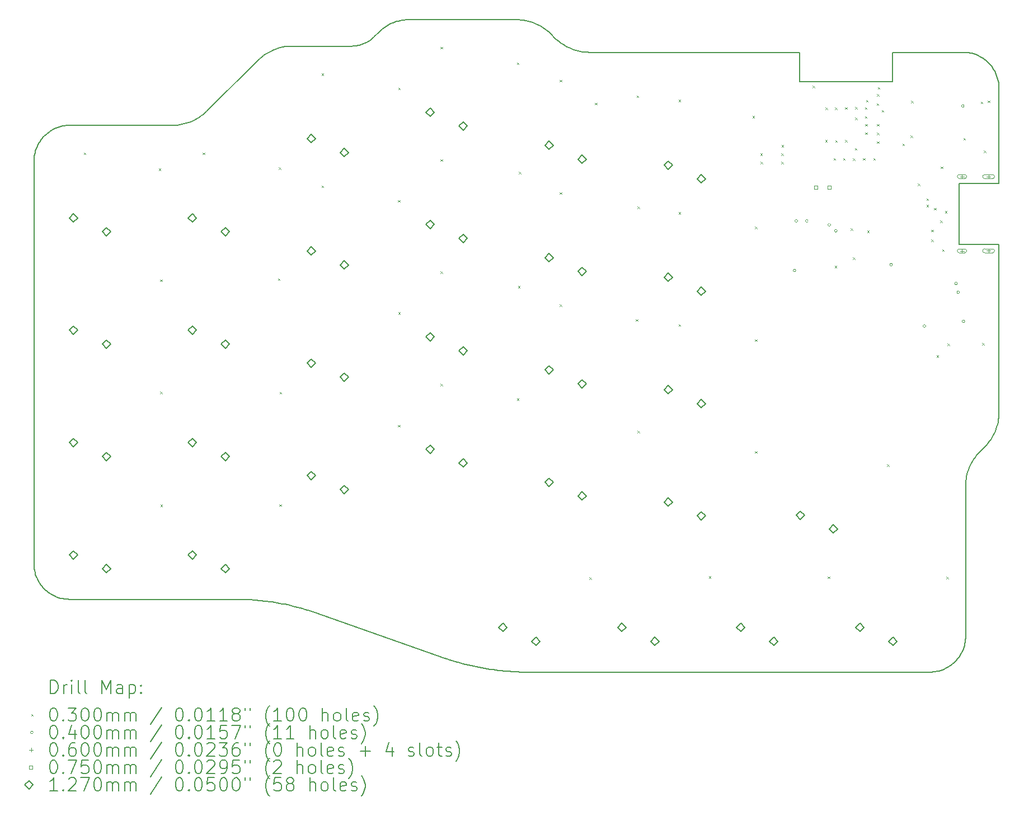
<source format=gbr>
%TF.GenerationSoftware,KiCad,Pcbnew,7.0.9*%
%TF.CreationDate,2024-01-11T22:21:47+01:00*%
%TF.ProjectId,keyboard,6b657962-6f61-4726-942e-6b696361645f,v1.0.0*%
%TF.SameCoordinates,Original*%
%TF.FileFunction,Drillmap*%
%TF.FilePolarity,Positive*%
%FSLAX45Y45*%
G04 Gerber Fmt 4.5, Leading zero omitted, Abs format (unit mm)*
G04 Created by KiCad (PCBNEW 7.0.9) date 2024-01-11 22:21:47*
%MOMM*%
%LPD*%
G01*
G04 APERTURE LIST*
%ADD10C,0.200000*%
%ADD11C,0.100000*%
%ADD12C,0.127000*%
G04 APERTURE END LIST*
D10*
X18542485Y-7443815D02*
X18458666Y-7526756D01*
X27413210Y-16598243D02*
X27413210Y-14321173D01*
X27413210Y-14321173D02*
X27414108Y-14284952D01*
X27416785Y-14248977D01*
X27421216Y-14213308D01*
X27427376Y-14178004D01*
X27435240Y-14143126D01*
X27444784Y-14108733D01*
X27455983Y-14074886D01*
X27468813Y-14041643D01*
X27483247Y-14009065D01*
X27499261Y-13977212D01*
X27516832Y-13946144D01*
X27535933Y-13915920D01*
X27556540Y-13886601D01*
X27578628Y-13858245D01*
X27602173Y-13830914D01*
X27627150Y-13804667D01*
X26305000Y-8200000D02*
X26305000Y-7757078D01*
X26305000Y-8200000D02*
X24905000Y-8200000D01*
X13315000Y-15496037D02*
X13315705Y-15523906D01*
X13317798Y-15551409D01*
X13321242Y-15578512D01*
X13326006Y-15605181D01*
X13332054Y-15631382D01*
X13339352Y-15657081D01*
X13347867Y-15682244D01*
X13357564Y-15706837D01*
X13368410Y-15730826D01*
X13380370Y-15754177D01*
X13393410Y-15776856D01*
X13407497Y-15798829D01*
X13422596Y-15820062D01*
X13438673Y-15840520D01*
X13455695Y-15860171D01*
X13473627Y-15878979D01*
X13492435Y-15896911D01*
X13512086Y-15913933D01*
X13532544Y-15930010D01*
X13553777Y-15945109D01*
X13575750Y-15959196D01*
X13598429Y-15972236D01*
X13621780Y-15984196D01*
X13645769Y-15995042D01*
X13670362Y-16004739D01*
X13695525Y-16013254D01*
X13721224Y-16020552D01*
X13747426Y-16026600D01*
X13774095Y-16031363D01*
X13801198Y-16034808D01*
X13828700Y-16036900D01*
X13856569Y-16037606D01*
X27627150Y-13804667D02*
X27703579Y-13728290D01*
X13863029Y-8861920D02*
X13834826Y-8862634D01*
X13806993Y-8864752D01*
X13779566Y-8868239D01*
X13752577Y-8873060D01*
X13726062Y-8879181D01*
X13700055Y-8886567D01*
X13674591Y-8895185D01*
X13649703Y-8904999D01*
X13625427Y-8915976D01*
X13601797Y-8928080D01*
X13578847Y-8941277D01*
X13556611Y-8955534D01*
X13535124Y-8970815D01*
X13514421Y-8987086D01*
X13494536Y-9004312D01*
X13475504Y-9022460D01*
X13457358Y-9041494D01*
X13440133Y-9061381D01*
X13423864Y-9082086D01*
X13408585Y-9103574D01*
X13394331Y-9125811D01*
X13381135Y-9148762D01*
X13369033Y-9172394D01*
X13358059Y-9196671D01*
X13348247Y-9221559D01*
X13339632Y-9247024D01*
X13332248Y-9273032D01*
X13326130Y-9299548D01*
X13321311Y-9326537D01*
X13317827Y-9353965D01*
X13315712Y-9381797D01*
X13315000Y-9410000D01*
X13856569Y-16037606D02*
X16364736Y-16037554D01*
X17225769Y-7663750D02*
X17189527Y-7664642D01*
X17153527Y-7667302D01*
X17117830Y-7671707D01*
X17082493Y-7677831D01*
X17047577Y-7685651D01*
X17013141Y-7695142D01*
X16979243Y-7706280D01*
X16945944Y-7719040D01*
X16913301Y-7733398D01*
X16881375Y-7749330D01*
X16850224Y-7766811D01*
X16819909Y-7785817D01*
X16790487Y-7806324D01*
X16762018Y-7828307D01*
X16734562Y-7851742D01*
X16708178Y-7876605D01*
X19484959Y-16913522D02*
X19524779Y-16927350D01*
X19564726Y-16940749D01*
X19604798Y-16953718D01*
X19644991Y-16966255D01*
X19685300Y-16978361D01*
X19725724Y-16990034D01*
X19766258Y-17001275D01*
X19806898Y-17012082D01*
X19847642Y-17022455D01*
X19888485Y-17032394D01*
X19929425Y-17041897D01*
X19970457Y-17050965D01*
X20011579Y-17059596D01*
X20052786Y-17067790D01*
X20094076Y-17075546D01*
X20135444Y-17082864D01*
X20176888Y-17089744D01*
X20218403Y-17096184D01*
X20259987Y-17102183D01*
X20301635Y-17107743D01*
X20343344Y-17112860D01*
X20385112Y-17117537D01*
X20426933Y-17121770D01*
X20468805Y-17125561D01*
X20510725Y-17128908D01*
X20552688Y-17131811D01*
X20594691Y-17134268D01*
X20636731Y-17136281D01*
X20678805Y-17137847D01*
X20720908Y-17138967D01*
X20763037Y-17139640D01*
X20805189Y-17139864D01*
X15927915Y-8649065D02*
X15901531Y-8673927D01*
X15874075Y-8697362D01*
X15845606Y-8719346D01*
X15816185Y-8739852D01*
X15785869Y-8758859D01*
X15754718Y-8776340D01*
X15722792Y-8792272D01*
X15690150Y-8806630D01*
X15656850Y-8819390D01*
X15622952Y-8830528D01*
X15588516Y-8840018D01*
X15553600Y-8847838D01*
X15518264Y-8853963D01*
X15482566Y-8858367D01*
X15446567Y-8861028D01*
X15410324Y-8861920D01*
X20614658Y-7264343D02*
X18978788Y-7264343D01*
X26871640Y-17139813D02*
X26899508Y-17139107D01*
X26927011Y-17137014D01*
X26954113Y-17133569D01*
X26980782Y-17128805D01*
X27006983Y-17122757D01*
X27032682Y-17115458D01*
X27057845Y-17106943D01*
X27082438Y-17097246D01*
X27106427Y-17086400D01*
X27129778Y-17074440D01*
X27152456Y-17061399D01*
X27174429Y-17047312D01*
X27195662Y-17032213D01*
X27216120Y-17016136D01*
X27235770Y-16999114D01*
X27254579Y-16981182D01*
X27272511Y-16962374D01*
X27289532Y-16942723D01*
X27305610Y-16922265D01*
X27320709Y-16901032D01*
X27334796Y-16879060D01*
X27347836Y-16856381D01*
X27359796Y-16833030D01*
X27370642Y-16809041D01*
X27380340Y-16784448D01*
X27388855Y-16759285D01*
X27396154Y-16733586D01*
X27402202Y-16707385D01*
X27406965Y-16680717D01*
X27410411Y-16653614D01*
X27412503Y-16626111D01*
X27413210Y-16598243D01*
X27758889Y-7915708D02*
X27739427Y-7897187D01*
X27719161Y-7879728D01*
X27698136Y-7863349D01*
X27676395Y-7848069D01*
X27653984Y-7833906D01*
X27630947Y-7820877D01*
X27607328Y-7809002D01*
X27583171Y-7798300D01*
X27558522Y-7788788D01*
X27533423Y-7780484D01*
X27507921Y-7773408D01*
X27482058Y-7767577D01*
X27455881Y-7763010D01*
X27429432Y-7759726D01*
X27402756Y-7757742D01*
X27375898Y-7757078D01*
X27917520Y-9740000D02*
X27917520Y-8298698D01*
X18125662Y-7663750D02*
X17225769Y-7663750D01*
X15410324Y-8861920D02*
X13863029Y-8861920D01*
X22903149Y-7757078D02*
X22879568Y-7757077D01*
X22855988Y-7757077D01*
X22832407Y-7757077D01*
X22808827Y-7757076D01*
X22785246Y-7757076D01*
X22761665Y-7757076D01*
X22738085Y-7757076D01*
X22714504Y-7757076D01*
X22690924Y-7757076D01*
X22667343Y-7757076D01*
X22643762Y-7757076D01*
X22620182Y-7757076D01*
X22596601Y-7757077D01*
X22573021Y-7757077D01*
X22549440Y-7757077D01*
X22525859Y-7757078D01*
X27318000Y-10669000D02*
X27318000Y-9740000D01*
X27703579Y-13728290D02*
X27728558Y-13702040D01*
X27752105Y-13674706D01*
X27774195Y-13646348D01*
X27794804Y-13617025D01*
X27813906Y-13586798D01*
X27831477Y-13555727D01*
X27847492Y-13523870D01*
X27861927Y-13491289D01*
X27874756Y-13458043D01*
X27885954Y-13424192D01*
X27895498Y-13389795D01*
X27903361Y-13354914D01*
X27909520Y-13319607D01*
X27913949Y-13283934D01*
X27916624Y-13247956D01*
X27917520Y-13211731D01*
X18978788Y-7264343D02*
X18948237Y-7265097D01*
X18917890Y-7267341D01*
X18887798Y-7271056D01*
X18858010Y-7276221D01*
X18828577Y-7282816D01*
X18799548Y-7290819D01*
X18770974Y-7300210D01*
X18742904Y-7310969D01*
X18715388Y-7323075D01*
X18688476Y-7336508D01*
X18662218Y-7351247D01*
X18636664Y-7367272D01*
X18611864Y-7384561D01*
X18587867Y-7403095D01*
X18564724Y-7422853D01*
X18542485Y-7443815D01*
X27375898Y-7757078D02*
X26305000Y-7757078D01*
X24905000Y-7757000D02*
X22903149Y-7757078D01*
X27318000Y-10669000D02*
X27917520Y-10669000D01*
X27917520Y-13211731D02*
X27917520Y-10669000D01*
X22525859Y-7757078D02*
X21724048Y-7757129D01*
X21133592Y-7475803D02*
X21107035Y-7451089D01*
X21079421Y-7427797D01*
X21050811Y-7405951D01*
X21021261Y-7385575D01*
X20990830Y-7366692D01*
X20959578Y-7349326D01*
X20927561Y-7333501D01*
X20894838Y-7319241D01*
X20861469Y-7306569D01*
X20827510Y-7295510D01*
X20793021Y-7286087D01*
X20758059Y-7278323D01*
X20722684Y-7272243D01*
X20686953Y-7267871D01*
X20650925Y-7265229D01*
X20614658Y-7264343D01*
X20805189Y-17139864D02*
X26871640Y-17139813D01*
X24905000Y-8200000D02*
X24905000Y-7757000D01*
X13315000Y-9410000D02*
X13315000Y-15496037D01*
X27318000Y-9740000D02*
X27917520Y-9740000D01*
X21205113Y-7545669D02*
X21133592Y-7475803D01*
X17608743Y-16250771D02*
X19484959Y-16913522D01*
X27917520Y-8298698D02*
X27916855Y-8271840D01*
X27914871Y-8245165D01*
X27911587Y-8218716D01*
X27907020Y-8192538D01*
X27901189Y-8166676D01*
X27894113Y-8141173D01*
X27885810Y-8116075D01*
X27876297Y-8091425D01*
X27865594Y-8067269D01*
X27853720Y-8043650D01*
X27840691Y-8020612D01*
X27826528Y-7998201D01*
X27811247Y-7976461D01*
X27794869Y-7955436D01*
X27777410Y-7935170D01*
X27758889Y-7915708D01*
X16364736Y-16037554D02*
X16404454Y-16037763D01*
X16444151Y-16038395D01*
X16483823Y-16039448D01*
X16523467Y-16040922D01*
X16563080Y-16042816D01*
X16602658Y-16045130D01*
X16642198Y-16047863D01*
X16681698Y-16051015D01*
X16721152Y-16054585D01*
X16760559Y-16058572D01*
X16799915Y-16062976D01*
X16839216Y-16067797D01*
X16878460Y-16073033D01*
X16917643Y-16078685D01*
X16956761Y-16084751D01*
X16995812Y-16091231D01*
X17034792Y-16098125D01*
X17073698Y-16105432D01*
X17112526Y-16113151D01*
X17151274Y-16121282D01*
X17189937Y-16129824D01*
X17228513Y-16138777D01*
X17266999Y-16148140D01*
X17305390Y-16157913D01*
X17343684Y-16168095D01*
X17381878Y-16178685D01*
X17419968Y-16189683D01*
X17457950Y-16201088D01*
X17495822Y-16212900D01*
X17533581Y-16225118D01*
X17571222Y-16237742D01*
X17608743Y-16250771D01*
X21724048Y-7757129D02*
X21687780Y-7756243D01*
X21651752Y-7753603D01*
X21616021Y-7749230D01*
X21580646Y-7743151D01*
X21545684Y-7735388D01*
X21511195Y-7725964D01*
X21477236Y-7714905D01*
X21443866Y-7702233D01*
X21411143Y-7687973D01*
X21379127Y-7672148D01*
X21347874Y-7654782D01*
X21317444Y-7635899D01*
X21287894Y-7615522D01*
X21259283Y-7593676D01*
X21231670Y-7570384D01*
X21205113Y-7545669D01*
X18458666Y-7526756D02*
X18441693Y-7542756D01*
X18424030Y-7557838D01*
X18405716Y-7571986D01*
X18386788Y-7585184D01*
X18367285Y-7597416D01*
X18347244Y-7608666D01*
X18326704Y-7618920D01*
X18305702Y-7628161D01*
X18284278Y-7636374D01*
X18262468Y-7643542D01*
X18240312Y-7649651D01*
X18217847Y-7654684D01*
X18195112Y-7658626D01*
X18172144Y-7661462D01*
X18148981Y-7663175D01*
X18125662Y-7663750D01*
X16708178Y-7876605D02*
X15927915Y-8649065D01*
D11*
X14069500Y-9274000D02*
X14099500Y-9304000D01*
X14099500Y-9274000D02*
X14069500Y-9304000D01*
X15203000Y-9514000D02*
X15233000Y-9544000D01*
X15233000Y-9514000D02*
X15203000Y-9544000D01*
X15225000Y-12893000D02*
X15255000Y-12923000D01*
X15255000Y-12893000D02*
X15225000Y-12923000D01*
X15226000Y-11196000D02*
X15256000Y-11226000D01*
X15256000Y-11196000D02*
X15226000Y-11226000D01*
X15229000Y-14602000D02*
X15259000Y-14632000D01*
X15259000Y-14602000D02*
X15229000Y-14632000D01*
X15869500Y-9274000D02*
X15899500Y-9304000D01*
X15899500Y-9274000D02*
X15869500Y-9304000D01*
X17010000Y-11180000D02*
X17040000Y-11210000D01*
X17040000Y-11180000D02*
X17010000Y-11210000D01*
X17023000Y-9500000D02*
X17053000Y-9530000D01*
X17053000Y-9500000D02*
X17023000Y-9530000D01*
X17029000Y-14598000D02*
X17059000Y-14628000D01*
X17059000Y-14598000D02*
X17029000Y-14628000D01*
X17032000Y-12897000D02*
X17062000Y-12927000D01*
X17062000Y-12897000D02*
X17032000Y-12927000D01*
X17669500Y-8074000D02*
X17699500Y-8104000D01*
X17699500Y-8074000D02*
X17669500Y-8104000D01*
X17669500Y-9774000D02*
X17699500Y-9804000D01*
X17699500Y-9774000D02*
X17669500Y-9804000D01*
X18826000Y-9994000D02*
X18856000Y-10024000D01*
X18856000Y-9994000D02*
X18826000Y-10024000D01*
X18826000Y-13396000D02*
X18856000Y-13426000D01*
X18856000Y-13396000D02*
X18826000Y-13426000D01*
X18828000Y-8291000D02*
X18858000Y-8321000D01*
X18858000Y-8291000D02*
X18828000Y-8321000D01*
X18829000Y-11691000D02*
X18859000Y-11721000D01*
X18859000Y-11691000D02*
X18829000Y-11721000D01*
X19469500Y-7674000D02*
X19499500Y-7704000D01*
X19499500Y-7674000D02*
X19469500Y-7704000D01*
X19469500Y-9374000D02*
X19499500Y-9404000D01*
X19499500Y-9374000D02*
X19469500Y-9404000D01*
X19469500Y-11074000D02*
X19499500Y-11104000D01*
X19499500Y-11074000D02*
X19469500Y-11104000D01*
X19469500Y-12774000D02*
X19499500Y-12804000D01*
X19499500Y-12774000D02*
X19469500Y-12804000D01*
X20622000Y-12993000D02*
X20652000Y-13023000D01*
X20652000Y-12993000D02*
X20622000Y-13023000D01*
X20623000Y-7910000D02*
X20653000Y-7940000D01*
X20653000Y-7910000D02*
X20623000Y-7940000D01*
X20640000Y-11294000D02*
X20670000Y-11324000D01*
X20670000Y-11294000D02*
X20640000Y-11324000D01*
X20655000Y-9568000D02*
X20685000Y-9598000D01*
X20685000Y-9568000D02*
X20655000Y-9598000D01*
X21269500Y-8174000D02*
X21299500Y-8204000D01*
X21299500Y-8174000D02*
X21269500Y-8204000D01*
X21269500Y-9874000D02*
X21299500Y-9904000D01*
X21299500Y-9874000D02*
X21269500Y-9904000D01*
X21269500Y-11574000D02*
X21299500Y-11604000D01*
X21299500Y-11574000D02*
X21269500Y-11604000D01*
X21719000Y-15703000D02*
X21749000Y-15733000D01*
X21749000Y-15703000D02*
X21719000Y-15733000D01*
X21805000Y-8521000D02*
X21835000Y-8551000D01*
X21835000Y-8521000D02*
X21805000Y-8551000D01*
X22425000Y-11799000D02*
X22455000Y-11829000D01*
X22455000Y-11799000D02*
X22425000Y-11829000D01*
X22435000Y-8410000D02*
X22465000Y-8440000D01*
X22465000Y-8410000D02*
X22435000Y-8440000D01*
X22448000Y-13484000D02*
X22478000Y-13514000D01*
X22478000Y-13484000D02*
X22448000Y-13514000D01*
X22449000Y-10091000D02*
X22479000Y-10121000D01*
X22479000Y-10091000D02*
X22449000Y-10121000D01*
X23069500Y-8474000D02*
X23099500Y-8504000D01*
X23099500Y-8474000D02*
X23069500Y-8504000D01*
X23069500Y-10174000D02*
X23099500Y-10204000D01*
X23099500Y-10174000D02*
X23069500Y-10204000D01*
X23069500Y-11874000D02*
X23099500Y-11904000D01*
X23099500Y-11874000D02*
X23069500Y-11904000D01*
X23526000Y-15689000D02*
X23556000Y-15719000D01*
X23556000Y-15689000D02*
X23526000Y-15719000D01*
X24189599Y-8721600D02*
X24219599Y-8751600D01*
X24219599Y-8721600D02*
X24189599Y-8751600D01*
X24224000Y-10398000D02*
X24254000Y-10428000D01*
X24254000Y-10398000D02*
X24224000Y-10428000D01*
X24225000Y-12101000D02*
X24255000Y-12131000D01*
X24255000Y-12101000D02*
X24225000Y-12131000D01*
X24226000Y-13794000D02*
X24256000Y-13824000D01*
X24256000Y-13794000D02*
X24226000Y-13824000D01*
X24305000Y-9285000D02*
X24335000Y-9315000D01*
X24335000Y-9285000D02*
X24305000Y-9315000D01*
X24313000Y-9415000D02*
X24343000Y-9445000D01*
X24343000Y-9415000D02*
X24313000Y-9445000D01*
X24624999Y-9412000D02*
X24654999Y-9442000D01*
X24654999Y-9412000D02*
X24624999Y-9442000D01*
X24626000Y-9285000D02*
X24656000Y-9315000D01*
X24656000Y-9285000D02*
X24626000Y-9315000D01*
X24628000Y-9158000D02*
X24658000Y-9188000D01*
X24658000Y-9158000D02*
X24628000Y-9188000D01*
X25098989Y-8261884D02*
X25128989Y-8291884D01*
X25128989Y-8261884D02*
X25098989Y-8291884D01*
X25290000Y-9085000D02*
X25320000Y-9115000D01*
X25320000Y-9085000D02*
X25290000Y-9115000D01*
X25294000Y-8591000D02*
X25324000Y-8621000D01*
X25324000Y-8591000D02*
X25294000Y-8621000D01*
X25326000Y-15692000D02*
X25356000Y-15722000D01*
X25356000Y-15692000D02*
X25326000Y-15722000D01*
X25414000Y-9360000D02*
X25444000Y-9390000D01*
X25444000Y-9360000D02*
X25414000Y-9390000D01*
X25431350Y-10988650D02*
X25461350Y-11018650D01*
X25461350Y-10988650D02*
X25431350Y-11018650D01*
X25438000Y-8591000D02*
X25468000Y-8621000D01*
X25468000Y-8591000D02*
X25438000Y-8621000D01*
X25442000Y-9089000D02*
X25472000Y-9119000D01*
X25472000Y-9089000D02*
X25442000Y-9119000D01*
X25558000Y-9360000D02*
X25588000Y-9390000D01*
X25588000Y-9360000D02*
X25558000Y-9390000D01*
X25589000Y-9084000D02*
X25619000Y-9114000D01*
X25619000Y-9084000D02*
X25589000Y-9114000D01*
X25590000Y-8589000D02*
X25620000Y-8619000D01*
X25620000Y-8589000D02*
X25590000Y-8619000D01*
X25672000Y-10421000D02*
X25702000Y-10451000D01*
X25702000Y-10421000D02*
X25672000Y-10451000D01*
X25707000Y-9361000D02*
X25737000Y-9391000D01*
X25737000Y-9361000D02*
X25707000Y-9391000D01*
X25710000Y-10860000D02*
X25740000Y-10890000D01*
X25740000Y-10860000D02*
X25710000Y-10890000D01*
X25739000Y-9206000D02*
X25769000Y-9236000D01*
X25769000Y-9206000D02*
X25739000Y-9236000D01*
X25742000Y-8585000D02*
X25772000Y-8615000D01*
X25772000Y-8585000D02*
X25742000Y-8615000D01*
X25742000Y-8744950D02*
X25772000Y-8774950D01*
X25772000Y-8744950D02*
X25742000Y-8774950D01*
X25862000Y-9360000D02*
X25892000Y-9390000D01*
X25892000Y-9360000D02*
X25862000Y-9390000D01*
X25890000Y-8589000D02*
X25920000Y-8619000D01*
X25920000Y-8589000D02*
X25890000Y-8619000D01*
X25890000Y-8725000D02*
X25920000Y-8755000D01*
X25920000Y-8725000D02*
X25890000Y-8755000D01*
X25892000Y-8970950D02*
X25922000Y-9000950D01*
X25922000Y-8970950D02*
X25892000Y-9000950D01*
X25893000Y-8843000D02*
X25923000Y-8873000D01*
X25923000Y-8843000D02*
X25893000Y-8873000D01*
X25906000Y-8480000D02*
X25936000Y-8510000D01*
X25936000Y-8480000D02*
X25906000Y-8510000D01*
X25925000Y-10453000D02*
X25955000Y-10483000D01*
X25955000Y-10453000D02*
X25925000Y-10483000D01*
X26018000Y-9359000D02*
X26048000Y-9389000D01*
X26048000Y-9359000D02*
X26018000Y-9389000D01*
X26067000Y-8530000D02*
X26097000Y-8560000D01*
X26097000Y-8530000D02*
X26067000Y-8560000D01*
X26072000Y-8844000D02*
X26102000Y-8874000D01*
X26102000Y-8844000D02*
X26072000Y-8874000D01*
X26073000Y-8388000D02*
X26103000Y-8418000D01*
X26103000Y-8388000D02*
X26073000Y-8418000D01*
X26074000Y-8972000D02*
X26104000Y-9002000D01*
X26104000Y-8972000D02*
X26074000Y-9002000D01*
X26074000Y-9106000D02*
X26104000Y-9136000D01*
X26104000Y-9106000D02*
X26074000Y-9136000D01*
X26084000Y-8282000D02*
X26114000Y-8312000D01*
X26114000Y-8282000D02*
X26084000Y-8312000D01*
X26144000Y-8630000D02*
X26174000Y-8660000D01*
X26174000Y-8630000D02*
X26144000Y-8660000D01*
X26224000Y-13996000D02*
X26254000Y-14026000D01*
X26254000Y-13996000D02*
X26224000Y-14026000D01*
X26456000Y-9138000D02*
X26486000Y-9168000D01*
X26486000Y-9138000D02*
X26456000Y-9168000D01*
X26582000Y-9016000D02*
X26612000Y-9046000D01*
X26612000Y-9016000D02*
X26582000Y-9046000D01*
X26590000Y-8492000D02*
X26620000Y-8522000D01*
X26620000Y-8492000D02*
X26590000Y-8522000D01*
X26688000Y-9746000D02*
X26718000Y-9776000D01*
X26718000Y-9746000D02*
X26688000Y-9776000D01*
X26819984Y-10063801D02*
X26849984Y-10093801D01*
X26849984Y-10063801D02*
X26819984Y-10093801D01*
X26820020Y-9967586D02*
X26850020Y-9997586D01*
X26850020Y-9967586D02*
X26820020Y-9997586D01*
X26893750Y-10442500D02*
X26923750Y-10472500D01*
X26923750Y-10442500D02*
X26893750Y-10472500D01*
X26893750Y-10592500D02*
X26923750Y-10622500D01*
X26923750Y-10592500D02*
X26893750Y-10622500D01*
X26933748Y-10110696D02*
X26963748Y-10140696D01*
X26963748Y-10110696D02*
X26933748Y-10140696D01*
X26975000Y-12345000D02*
X27005000Y-12375000D01*
X27005000Y-12345000D02*
X26975000Y-12375000D01*
X27030000Y-10302500D02*
X27060000Y-10332500D01*
X27060000Y-10302500D02*
X27030000Y-10332500D01*
X27035000Y-9485000D02*
X27065000Y-9515000D01*
X27065000Y-9485000D02*
X27035000Y-9515000D01*
X27060000Y-10740000D02*
X27090000Y-10770000D01*
X27090000Y-10740000D02*
X27060000Y-10770000D01*
X27100478Y-10156590D02*
X27130478Y-10186590D01*
X27130478Y-10156590D02*
X27100478Y-10186590D01*
X27124000Y-15694000D02*
X27154000Y-15724000D01*
X27154000Y-15694000D02*
X27124000Y-15724000D01*
X27139000Y-12167000D02*
X27169000Y-12197000D01*
X27169000Y-12167000D02*
X27139000Y-12197000D01*
X27380000Y-9055000D02*
X27410000Y-9085000D01*
X27410000Y-9055000D02*
X27380000Y-9085000D01*
X27641000Y-8505000D02*
X27671000Y-8535000D01*
X27671000Y-8505000D02*
X27641000Y-8535000D01*
X27665000Y-12155000D02*
X27695000Y-12185000D01*
X27695000Y-12155000D02*
X27665000Y-12185000D01*
X27689000Y-9245000D02*
X27719000Y-9275000D01*
X27719000Y-9245000D02*
X27689000Y-9275000D01*
X27747000Y-8487000D02*
X27777000Y-8517000D01*
X27777000Y-8487000D02*
X27747000Y-8517000D01*
X24845000Y-11059000D02*
G75*
G03*
X24845000Y-11059000I-20000J0D01*
G01*
X24870000Y-10310000D02*
G75*
G03*
X24870000Y-10310000I-20000J0D01*
G01*
X25030000Y-10310000D02*
G75*
G03*
X25030000Y-10310000I-20000J0D01*
G01*
X25370000Y-10370000D02*
G75*
G03*
X25370000Y-10370000I-20000J0D01*
G01*
X25470000Y-10460000D02*
G75*
G03*
X25470000Y-10460000I-20000J0D01*
G01*
X26306250Y-10972500D02*
G75*
G03*
X26306250Y-10972500I-20000J0D01*
G01*
X26810000Y-11900000D02*
G75*
G03*
X26810000Y-11900000I-20000J0D01*
G01*
X27289000Y-11256500D02*
G75*
G03*
X27289000Y-11256500I-20000J0D01*
G01*
X27320542Y-11389458D02*
G75*
G03*
X27320542Y-11389458I-20000J0D01*
G01*
X27390542Y-8570542D02*
G75*
G03*
X27390542Y-8570542I-20000J0D01*
G01*
X27400000Y-11830000D02*
G75*
G03*
X27400000Y-11830000I-20000J0D01*
G01*
X27358500Y-9607500D02*
X27358500Y-9667500D01*
X27328500Y-9637500D02*
X27388500Y-9637500D01*
X27398500Y-9607500D02*
X27318500Y-9607500D01*
X27318500Y-9607500D02*
G75*
G03*
X27318500Y-9667500I0J-30000D01*
G01*
X27318500Y-9667500D02*
X27398500Y-9667500D01*
X27398500Y-9667500D02*
G75*
G03*
X27398500Y-9607500I0J30000D01*
G01*
X27358500Y-10732500D02*
X27358500Y-10792500D01*
X27328500Y-10762500D02*
X27388500Y-10762500D01*
X27398500Y-10732500D02*
X27318500Y-10732500D01*
X27318500Y-10732500D02*
G75*
G03*
X27318500Y-10792500I0J-30000D01*
G01*
X27318500Y-10792500D02*
X27398500Y-10792500D01*
X27398500Y-10792500D02*
G75*
G03*
X27398500Y-10732500I0J30000D01*
G01*
X27761000Y-9608000D02*
X27761000Y-9668000D01*
X27731000Y-9638000D02*
X27791000Y-9638000D01*
X27821000Y-9608000D02*
X27701000Y-9608000D01*
X27701000Y-9608000D02*
G75*
G03*
X27701000Y-9668000I0J-30000D01*
G01*
X27701000Y-9668000D02*
X27821000Y-9668000D01*
X27821000Y-9668000D02*
G75*
G03*
X27821000Y-9608000I0J30000D01*
G01*
X27761000Y-10732000D02*
X27761000Y-10792000D01*
X27731000Y-10762000D02*
X27791000Y-10762000D01*
X27821000Y-10732000D02*
X27701000Y-10732000D01*
X27701000Y-10732000D02*
G75*
G03*
X27701000Y-10792000I0J-30000D01*
G01*
X27701000Y-10792000D02*
X27821000Y-10792000D01*
X27821000Y-10792000D02*
G75*
G03*
X27821000Y-10732000I0J30000D01*
G01*
X25176517Y-9826517D02*
X25176517Y-9773483D01*
X25123483Y-9773483D01*
X25123483Y-9826517D01*
X25176517Y-9826517D01*
X25376517Y-9826517D02*
X25376517Y-9773483D01*
X25323483Y-9773483D01*
X25323483Y-9826517D01*
X25376517Y-9826517D01*
D12*
X13912000Y-10327500D02*
X13975500Y-10264000D01*
X13912000Y-10200500D01*
X13848500Y-10264000D01*
X13912000Y-10327500D01*
X13912000Y-12027500D02*
X13975500Y-11964000D01*
X13912000Y-11900500D01*
X13848500Y-11964000D01*
X13912000Y-12027500D01*
X13912000Y-13727500D02*
X13975500Y-13664000D01*
X13912000Y-13600500D01*
X13848500Y-13664000D01*
X13912000Y-13727500D01*
X13912000Y-15427500D02*
X13975500Y-15364000D01*
X13912000Y-15300500D01*
X13848500Y-15364000D01*
X13912000Y-15427500D01*
X14412000Y-10537500D02*
X14475500Y-10474000D01*
X14412000Y-10410500D01*
X14348500Y-10474000D01*
X14412000Y-10537500D01*
X14412000Y-12237500D02*
X14475500Y-12174000D01*
X14412000Y-12110500D01*
X14348500Y-12174000D01*
X14412000Y-12237500D01*
X14412000Y-13937500D02*
X14475500Y-13874000D01*
X14412000Y-13810500D01*
X14348500Y-13874000D01*
X14412000Y-13937500D01*
X14412000Y-15637500D02*
X14475500Y-15574000D01*
X14412000Y-15510500D01*
X14348500Y-15574000D01*
X14412000Y-15637500D01*
X15712000Y-10327500D02*
X15775500Y-10264000D01*
X15712000Y-10200500D01*
X15648500Y-10264000D01*
X15712000Y-10327500D01*
X15712000Y-12027500D02*
X15775500Y-11964000D01*
X15712000Y-11900500D01*
X15648500Y-11964000D01*
X15712000Y-12027500D01*
X15712000Y-13727500D02*
X15775500Y-13664000D01*
X15712000Y-13600500D01*
X15648500Y-13664000D01*
X15712000Y-13727500D01*
X15712000Y-15427500D02*
X15775500Y-15364000D01*
X15712000Y-15300500D01*
X15648500Y-15364000D01*
X15712000Y-15427500D01*
X16212000Y-10537500D02*
X16275500Y-10474000D01*
X16212000Y-10410500D01*
X16148500Y-10474000D01*
X16212000Y-10537500D01*
X16212000Y-12237500D02*
X16275500Y-12174000D01*
X16212000Y-12110500D01*
X16148500Y-12174000D01*
X16212000Y-12237500D01*
X16212000Y-13937500D02*
X16275500Y-13874000D01*
X16212000Y-13810500D01*
X16148500Y-13874000D01*
X16212000Y-13937500D01*
X16212000Y-15637500D02*
X16275500Y-15574000D01*
X16212000Y-15510500D01*
X16148500Y-15574000D01*
X16212000Y-15637500D01*
X17512000Y-9127500D02*
X17575500Y-9064000D01*
X17512000Y-9000500D01*
X17448500Y-9064000D01*
X17512000Y-9127500D01*
X17512000Y-10827500D02*
X17575500Y-10764000D01*
X17512000Y-10700500D01*
X17448500Y-10764000D01*
X17512000Y-10827500D01*
X17512000Y-12527500D02*
X17575500Y-12464000D01*
X17512000Y-12400500D01*
X17448500Y-12464000D01*
X17512000Y-12527500D01*
X17512000Y-14227500D02*
X17575500Y-14164000D01*
X17512000Y-14100500D01*
X17448500Y-14164000D01*
X17512000Y-14227500D01*
X18012000Y-9337500D02*
X18075500Y-9274000D01*
X18012000Y-9210500D01*
X17948500Y-9274000D01*
X18012000Y-9337500D01*
X18012000Y-11037500D02*
X18075500Y-10974000D01*
X18012000Y-10910500D01*
X17948500Y-10974000D01*
X18012000Y-11037500D01*
X18012000Y-12737500D02*
X18075500Y-12674000D01*
X18012000Y-12610500D01*
X17948500Y-12674000D01*
X18012000Y-12737500D01*
X18012000Y-14437500D02*
X18075500Y-14374000D01*
X18012000Y-14310500D01*
X17948500Y-14374000D01*
X18012000Y-14437500D01*
X19312000Y-8727500D02*
X19375500Y-8664000D01*
X19312000Y-8600500D01*
X19248500Y-8664000D01*
X19312000Y-8727500D01*
X19312000Y-10427500D02*
X19375500Y-10364000D01*
X19312000Y-10300500D01*
X19248500Y-10364000D01*
X19312000Y-10427500D01*
X19312000Y-12127500D02*
X19375500Y-12064000D01*
X19312000Y-12000500D01*
X19248500Y-12064000D01*
X19312000Y-12127500D01*
X19312000Y-13827500D02*
X19375500Y-13764000D01*
X19312000Y-13700500D01*
X19248500Y-13764000D01*
X19312000Y-13827500D01*
X19812000Y-8937500D02*
X19875500Y-8874000D01*
X19812000Y-8810500D01*
X19748500Y-8874000D01*
X19812000Y-8937500D01*
X19812000Y-10637500D02*
X19875500Y-10574000D01*
X19812000Y-10510500D01*
X19748500Y-10574000D01*
X19812000Y-10637500D01*
X19812000Y-12337500D02*
X19875500Y-12274000D01*
X19812000Y-12210500D01*
X19748500Y-12274000D01*
X19812000Y-12337500D01*
X19812000Y-14037500D02*
X19875500Y-13974000D01*
X19812000Y-13910500D01*
X19748500Y-13974000D01*
X19812000Y-14037500D01*
X20412000Y-16527500D02*
X20475500Y-16464000D01*
X20412000Y-16400500D01*
X20348500Y-16464000D01*
X20412000Y-16527500D01*
X20912000Y-16737500D02*
X20975500Y-16674000D01*
X20912000Y-16610500D01*
X20848500Y-16674000D01*
X20912000Y-16737500D01*
X21112000Y-9227500D02*
X21175500Y-9164000D01*
X21112000Y-9100500D01*
X21048500Y-9164000D01*
X21112000Y-9227500D01*
X21112000Y-10927500D02*
X21175500Y-10864000D01*
X21112000Y-10800500D01*
X21048500Y-10864000D01*
X21112000Y-10927500D01*
X21112000Y-12627500D02*
X21175500Y-12564000D01*
X21112000Y-12500500D01*
X21048500Y-12564000D01*
X21112000Y-12627500D01*
X21112000Y-14327500D02*
X21175500Y-14264000D01*
X21112000Y-14200500D01*
X21048500Y-14264000D01*
X21112000Y-14327500D01*
X21612000Y-9437500D02*
X21675500Y-9374000D01*
X21612000Y-9310500D01*
X21548500Y-9374000D01*
X21612000Y-9437500D01*
X21612000Y-11137500D02*
X21675500Y-11074000D01*
X21612000Y-11010500D01*
X21548500Y-11074000D01*
X21612000Y-11137500D01*
X21612000Y-12837500D02*
X21675500Y-12774000D01*
X21612000Y-12710500D01*
X21548500Y-12774000D01*
X21612000Y-12837500D01*
X21612000Y-14537500D02*
X21675500Y-14474000D01*
X21612000Y-14410500D01*
X21548500Y-14474000D01*
X21612000Y-14537500D01*
X22212000Y-16527500D02*
X22275500Y-16464000D01*
X22212000Y-16400500D01*
X22148500Y-16464000D01*
X22212000Y-16527500D01*
X22712000Y-16737500D02*
X22775500Y-16674000D01*
X22712000Y-16610500D01*
X22648500Y-16674000D01*
X22712000Y-16737500D01*
X22912000Y-9527500D02*
X22975500Y-9464000D01*
X22912000Y-9400500D01*
X22848500Y-9464000D01*
X22912000Y-9527500D01*
X22912000Y-11227500D02*
X22975500Y-11164000D01*
X22912000Y-11100500D01*
X22848500Y-11164000D01*
X22912000Y-11227500D01*
X22912000Y-12927500D02*
X22975500Y-12864000D01*
X22912000Y-12800500D01*
X22848500Y-12864000D01*
X22912000Y-12927500D01*
X22912000Y-14627500D02*
X22975500Y-14564000D01*
X22912000Y-14500500D01*
X22848500Y-14564000D01*
X22912000Y-14627500D01*
X23412000Y-9737500D02*
X23475500Y-9674000D01*
X23412000Y-9610500D01*
X23348500Y-9674000D01*
X23412000Y-9737500D01*
X23412000Y-11437500D02*
X23475500Y-11374000D01*
X23412000Y-11310500D01*
X23348500Y-11374000D01*
X23412000Y-11437500D01*
X23412000Y-13137500D02*
X23475500Y-13074000D01*
X23412000Y-13010500D01*
X23348500Y-13074000D01*
X23412000Y-13137500D01*
X23412000Y-14837500D02*
X23475500Y-14774000D01*
X23412000Y-14710500D01*
X23348500Y-14774000D01*
X23412000Y-14837500D01*
X24012000Y-16527500D02*
X24075500Y-16464000D01*
X24012000Y-16400500D01*
X23948500Y-16464000D01*
X24012000Y-16527500D01*
X24512000Y-16737500D02*
X24575500Y-16674000D01*
X24512000Y-16610500D01*
X24448500Y-16674000D01*
X24512000Y-16737500D01*
X24912000Y-14827500D02*
X24975500Y-14764000D01*
X24912000Y-14700500D01*
X24848500Y-14764000D01*
X24912000Y-14827500D01*
X25412000Y-15037500D02*
X25475500Y-14974000D01*
X25412000Y-14910500D01*
X25348500Y-14974000D01*
X25412000Y-15037500D01*
X25812000Y-16527500D02*
X25875500Y-16464000D01*
X25812000Y-16400500D01*
X25748500Y-16464000D01*
X25812000Y-16527500D01*
X26312000Y-16737500D02*
X26375500Y-16674000D01*
X26312000Y-16610500D01*
X26248500Y-16674000D01*
X26312000Y-16737500D01*
D10*
X13565764Y-17461348D02*
X13565764Y-17261348D01*
X13565764Y-17261348D02*
X13613383Y-17261348D01*
X13613383Y-17261348D02*
X13641954Y-17270872D01*
X13641954Y-17270872D02*
X13661002Y-17289920D01*
X13661002Y-17289920D02*
X13670525Y-17308967D01*
X13670525Y-17308967D02*
X13680049Y-17347062D01*
X13680049Y-17347062D02*
X13680049Y-17375634D01*
X13680049Y-17375634D02*
X13670525Y-17413729D01*
X13670525Y-17413729D02*
X13661002Y-17432777D01*
X13661002Y-17432777D02*
X13641954Y-17451824D01*
X13641954Y-17451824D02*
X13613383Y-17461348D01*
X13613383Y-17461348D02*
X13565764Y-17461348D01*
X13765764Y-17461348D02*
X13765764Y-17328015D01*
X13765764Y-17366110D02*
X13775287Y-17347062D01*
X13775287Y-17347062D02*
X13784811Y-17337539D01*
X13784811Y-17337539D02*
X13803859Y-17328015D01*
X13803859Y-17328015D02*
X13822906Y-17328015D01*
X13889573Y-17461348D02*
X13889573Y-17328015D01*
X13889573Y-17261348D02*
X13880049Y-17270872D01*
X13880049Y-17270872D02*
X13889573Y-17280396D01*
X13889573Y-17280396D02*
X13899097Y-17270872D01*
X13899097Y-17270872D02*
X13889573Y-17261348D01*
X13889573Y-17261348D02*
X13889573Y-17280396D01*
X14013383Y-17461348D02*
X13994335Y-17451824D01*
X13994335Y-17451824D02*
X13984811Y-17432777D01*
X13984811Y-17432777D02*
X13984811Y-17261348D01*
X14118144Y-17461348D02*
X14099097Y-17451824D01*
X14099097Y-17451824D02*
X14089573Y-17432777D01*
X14089573Y-17432777D02*
X14089573Y-17261348D01*
X14346716Y-17461348D02*
X14346716Y-17261348D01*
X14346716Y-17261348D02*
X14413383Y-17404205D01*
X14413383Y-17404205D02*
X14480049Y-17261348D01*
X14480049Y-17261348D02*
X14480049Y-17461348D01*
X14661002Y-17461348D02*
X14661002Y-17356586D01*
X14661002Y-17356586D02*
X14651478Y-17337539D01*
X14651478Y-17337539D02*
X14632430Y-17328015D01*
X14632430Y-17328015D02*
X14594335Y-17328015D01*
X14594335Y-17328015D02*
X14575287Y-17337539D01*
X14661002Y-17451824D02*
X14641954Y-17461348D01*
X14641954Y-17461348D02*
X14594335Y-17461348D01*
X14594335Y-17461348D02*
X14575287Y-17451824D01*
X14575287Y-17451824D02*
X14565764Y-17432777D01*
X14565764Y-17432777D02*
X14565764Y-17413729D01*
X14565764Y-17413729D02*
X14575287Y-17394681D01*
X14575287Y-17394681D02*
X14594335Y-17385158D01*
X14594335Y-17385158D02*
X14641954Y-17385158D01*
X14641954Y-17385158D02*
X14661002Y-17375634D01*
X14756240Y-17328015D02*
X14756240Y-17528015D01*
X14756240Y-17337539D02*
X14775287Y-17328015D01*
X14775287Y-17328015D02*
X14813383Y-17328015D01*
X14813383Y-17328015D02*
X14832430Y-17337539D01*
X14832430Y-17337539D02*
X14841954Y-17347062D01*
X14841954Y-17347062D02*
X14851478Y-17366110D01*
X14851478Y-17366110D02*
X14851478Y-17423253D01*
X14851478Y-17423253D02*
X14841954Y-17442300D01*
X14841954Y-17442300D02*
X14832430Y-17451824D01*
X14832430Y-17451824D02*
X14813383Y-17461348D01*
X14813383Y-17461348D02*
X14775287Y-17461348D01*
X14775287Y-17461348D02*
X14756240Y-17451824D01*
X14937192Y-17442300D02*
X14946716Y-17451824D01*
X14946716Y-17451824D02*
X14937192Y-17461348D01*
X14937192Y-17461348D02*
X14927668Y-17451824D01*
X14927668Y-17451824D02*
X14937192Y-17442300D01*
X14937192Y-17442300D02*
X14937192Y-17461348D01*
X14937192Y-17337539D02*
X14946716Y-17347062D01*
X14946716Y-17347062D02*
X14937192Y-17356586D01*
X14937192Y-17356586D02*
X14927668Y-17347062D01*
X14927668Y-17347062D02*
X14937192Y-17337539D01*
X14937192Y-17337539D02*
X14937192Y-17356586D01*
D11*
X13274987Y-17774864D02*
X13304987Y-17804864D01*
X13304987Y-17774864D02*
X13274987Y-17804864D01*
D10*
X13603859Y-17681348D02*
X13622906Y-17681348D01*
X13622906Y-17681348D02*
X13641954Y-17690872D01*
X13641954Y-17690872D02*
X13651478Y-17700396D01*
X13651478Y-17700396D02*
X13661002Y-17719443D01*
X13661002Y-17719443D02*
X13670525Y-17757539D01*
X13670525Y-17757539D02*
X13670525Y-17805158D01*
X13670525Y-17805158D02*
X13661002Y-17843253D01*
X13661002Y-17843253D02*
X13651478Y-17862300D01*
X13651478Y-17862300D02*
X13641954Y-17871824D01*
X13641954Y-17871824D02*
X13622906Y-17881348D01*
X13622906Y-17881348D02*
X13603859Y-17881348D01*
X13603859Y-17881348D02*
X13584811Y-17871824D01*
X13584811Y-17871824D02*
X13575287Y-17862300D01*
X13575287Y-17862300D02*
X13565764Y-17843253D01*
X13565764Y-17843253D02*
X13556240Y-17805158D01*
X13556240Y-17805158D02*
X13556240Y-17757539D01*
X13556240Y-17757539D02*
X13565764Y-17719443D01*
X13565764Y-17719443D02*
X13575287Y-17700396D01*
X13575287Y-17700396D02*
X13584811Y-17690872D01*
X13584811Y-17690872D02*
X13603859Y-17681348D01*
X13756240Y-17862300D02*
X13765764Y-17871824D01*
X13765764Y-17871824D02*
X13756240Y-17881348D01*
X13756240Y-17881348D02*
X13746716Y-17871824D01*
X13746716Y-17871824D02*
X13756240Y-17862300D01*
X13756240Y-17862300D02*
X13756240Y-17881348D01*
X13832430Y-17681348D02*
X13956240Y-17681348D01*
X13956240Y-17681348D02*
X13889573Y-17757539D01*
X13889573Y-17757539D02*
X13918145Y-17757539D01*
X13918145Y-17757539D02*
X13937192Y-17767062D01*
X13937192Y-17767062D02*
X13946716Y-17776586D01*
X13946716Y-17776586D02*
X13956240Y-17795634D01*
X13956240Y-17795634D02*
X13956240Y-17843253D01*
X13956240Y-17843253D02*
X13946716Y-17862300D01*
X13946716Y-17862300D02*
X13937192Y-17871824D01*
X13937192Y-17871824D02*
X13918145Y-17881348D01*
X13918145Y-17881348D02*
X13861002Y-17881348D01*
X13861002Y-17881348D02*
X13841954Y-17871824D01*
X13841954Y-17871824D02*
X13832430Y-17862300D01*
X14080049Y-17681348D02*
X14099097Y-17681348D01*
X14099097Y-17681348D02*
X14118145Y-17690872D01*
X14118145Y-17690872D02*
X14127668Y-17700396D01*
X14127668Y-17700396D02*
X14137192Y-17719443D01*
X14137192Y-17719443D02*
X14146716Y-17757539D01*
X14146716Y-17757539D02*
X14146716Y-17805158D01*
X14146716Y-17805158D02*
X14137192Y-17843253D01*
X14137192Y-17843253D02*
X14127668Y-17862300D01*
X14127668Y-17862300D02*
X14118145Y-17871824D01*
X14118145Y-17871824D02*
X14099097Y-17881348D01*
X14099097Y-17881348D02*
X14080049Y-17881348D01*
X14080049Y-17881348D02*
X14061002Y-17871824D01*
X14061002Y-17871824D02*
X14051478Y-17862300D01*
X14051478Y-17862300D02*
X14041954Y-17843253D01*
X14041954Y-17843253D02*
X14032430Y-17805158D01*
X14032430Y-17805158D02*
X14032430Y-17757539D01*
X14032430Y-17757539D02*
X14041954Y-17719443D01*
X14041954Y-17719443D02*
X14051478Y-17700396D01*
X14051478Y-17700396D02*
X14061002Y-17690872D01*
X14061002Y-17690872D02*
X14080049Y-17681348D01*
X14270525Y-17681348D02*
X14289573Y-17681348D01*
X14289573Y-17681348D02*
X14308621Y-17690872D01*
X14308621Y-17690872D02*
X14318145Y-17700396D01*
X14318145Y-17700396D02*
X14327668Y-17719443D01*
X14327668Y-17719443D02*
X14337192Y-17757539D01*
X14337192Y-17757539D02*
X14337192Y-17805158D01*
X14337192Y-17805158D02*
X14327668Y-17843253D01*
X14327668Y-17843253D02*
X14318145Y-17862300D01*
X14318145Y-17862300D02*
X14308621Y-17871824D01*
X14308621Y-17871824D02*
X14289573Y-17881348D01*
X14289573Y-17881348D02*
X14270525Y-17881348D01*
X14270525Y-17881348D02*
X14251478Y-17871824D01*
X14251478Y-17871824D02*
X14241954Y-17862300D01*
X14241954Y-17862300D02*
X14232430Y-17843253D01*
X14232430Y-17843253D02*
X14222906Y-17805158D01*
X14222906Y-17805158D02*
X14222906Y-17757539D01*
X14222906Y-17757539D02*
X14232430Y-17719443D01*
X14232430Y-17719443D02*
X14241954Y-17700396D01*
X14241954Y-17700396D02*
X14251478Y-17690872D01*
X14251478Y-17690872D02*
X14270525Y-17681348D01*
X14422906Y-17881348D02*
X14422906Y-17748015D01*
X14422906Y-17767062D02*
X14432430Y-17757539D01*
X14432430Y-17757539D02*
X14451478Y-17748015D01*
X14451478Y-17748015D02*
X14480049Y-17748015D01*
X14480049Y-17748015D02*
X14499097Y-17757539D01*
X14499097Y-17757539D02*
X14508621Y-17776586D01*
X14508621Y-17776586D02*
X14508621Y-17881348D01*
X14508621Y-17776586D02*
X14518145Y-17757539D01*
X14518145Y-17757539D02*
X14537192Y-17748015D01*
X14537192Y-17748015D02*
X14565764Y-17748015D01*
X14565764Y-17748015D02*
X14584811Y-17757539D01*
X14584811Y-17757539D02*
X14594335Y-17776586D01*
X14594335Y-17776586D02*
X14594335Y-17881348D01*
X14689573Y-17881348D02*
X14689573Y-17748015D01*
X14689573Y-17767062D02*
X14699097Y-17757539D01*
X14699097Y-17757539D02*
X14718145Y-17748015D01*
X14718145Y-17748015D02*
X14746716Y-17748015D01*
X14746716Y-17748015D02*
X14765764Y-17757539D01*
X14765764Y-17757539D02*
X14775287Y-17776586D01*
X14775287Y-17776586D02*
X14775287Y-17881348D01*
X14775287Y-17776586D02*
X14784811Y-17757539D01*
X14784811Y-17757539D02*
X14803859Y-17748015D01*
X14803859Y-17748015D02*
X14832430Y-17748015D01*
X14832430Y-17748015D02*
X14851478Y-17757539D01*
X14851478Y-17757539D02*
X14861002Y-17776586D01*
X14861002Y-17776586D02*
X14861002Y-17881348D01*
X15251478Y-17671824D02*
X15080049Y-17928967D01*
X15508621Y-17681348D02*
X15527669Y-17681348D01*
X15527669Y-17681348D02*
X15546716Y-17690872D01*
X15546716Y-17690872D02*
X15556240Y-17700396D01*
X15556240Y-17700396D02*
X15565764Y-17719443D01*
X15565764Y-17719443D02*
X15575288Y-17757539D01*
X15575288Y-17757539D02*
X15575288Y-17805158D01*
X15575288Y-17805158D02*
X15565764Y-17843253D01*
X15565764Y-17843253D02*
X15556240Y-17862300D01*
X15556240Y-17862300D02*
X15546716Y-17871824D01*
X15546716Y-17871824D02*
X15527669Y-17881348D01*
X15527669Y-17881348D02*
X15508621Y-17881348D01*
X15508621Y-17881348D02*
X15489573Y-17871824D01*
X15489573Y-17871824D02*
X15480049Y-17862300D01*
X15480049Y-17862300D02*
X15470526Y-17843253D01*
X15470526Y-17843253D02*
X15461002Y-17805158D01*
X15461002Y-17805158D02*
X15461002Y-17757539D01*
X15461002Y-17757539D02*
X15470526Y-17719443D01*
X15470526Y-17719443D02*
X15480049Y-17700396D01*
X15480049Y-17700396D02*
X15489573Y-17690872D01*
X15489573Y-17690872D02*
X15508621Y-17681348D01*
X15661002Y-17862300D02*
X15670526Y-17871824D01*
X15670526Y-17871824D02*
X15661002Y-17881348D01*
X15661002Y-17881348D02*
X15651478Y-17871824D01*
X15651478Y-17871824D02*
X15661002Y-17862300D01*
X15661002Y-17862300D02*
X15661002Y-17881348D01*
X15794335Y-17681348D02*
X15813383Y-17681348D01*
X15813383Y-17681348D02*
X15832430Y-17690872D01*
X15832430Y-17690872D02*
X15841954Y-17700396D01*
X15841954Y-17700396D02*
X15851478Y-17719443D01*
X15851478Y-17719443D02*
X15861002Y-17757539D01*
X15861002Y-17757539D02*
X15861002Y-17805158D01*
X15861002Y-17805158D02*
X15851478Y-17843253D01*
X15851478Y-17843253D02*
X15841954Y-17862300D01*
X15841954Y-17862300D02*
X15832430Y-17871824D01*
X15832430Y-17871824D02*
X15813383Y-17881348D01*
X15813383Y-17881348D02*
X15794335Y-17881348D01*
X15794335Y-17881348D02*
X15775288Y-17871824D01*
X15775288Y-17871824D02*
X15765764Y-17862300D01*
X15765764Y-17862300D02*
X15756240Y-17843253D01*
X15756240Y-17843253D02*
X15746716Y-17805158D01*
X15746716Y-17805158D02*
X15746716Y-17757539D01*
X15746716Y-17757539D02*
X15756240Y-17719443D01*
X15756240Y-17719443D02*
X15765764Y-17700396D01*
X15765764Y-17700396D02*
X15775288Y-17690872D01*
X15775288Y-17690872D02*
X15794335Y-17681348D01*
X16051478Y-17881348D02*
X15937192Y-17881348D01*
X15994335Y-17881348D02*
X15994335Y-17681348D01*
X15994335Y-17681348D02*
X15975288Y-17709920D01*
X15975288Y-17709920D02*
X15956240Y-17728967D01*
X15956240Y-17728967D02*
X15937192Y-17738491D01*
X16241954Y-17881348D02*
X16127669Y-17881348D01*
X16184811Y-17881348D02*
X16184811Y-17681348D01*
X16184811Y-17681348D02*
X16165764Y-17709920D01*
X16165764Y-17709920D02*
X16146716Y-17728967D01*
X16146716Y-17728967D02*
X16127669Y-17738491D01*
X16356240Y-17767062D02*
X16337192Y-17757539D01*
X16337192Y-17757539D02*
X16327669Y-17748015D01*
X16327669Y-17748015D02*
X16318145Y-17728967D01*
X16318145Y-17728967D02*
X16318145Y-17719443D01*
X16318145Y-17719443D02*
X16327669Y-17700396D01*
X16327669Y-17700396D02*
X16337192Y-17690872D01*
X16337192Y-17690872D02*
X16356240Y-17681348D01*
X16356240Y-17681348D02*
X16394335Y-17681348D01*
X16394335Y-17681348D02*
X16413383Y-17690872D01*
X16413383Y-17690872D02*
X16422907Y-17700396D01*
X16422907Y-17700396D02*
X16432430Y-17719443D01*
X16432430Y-17719443D02*
X16432430Y-17728967D01*
X16432430Y-17728967D02*
X16422907Y-17748015D01*
X16422907Y-17748015D02*
X16413383Y-17757539D01*
X16413383Y-17757539D02*
X16394335Y-17767062D01*
X16394335Y-17767062D02*
X16356240Y-17767062D01*
X16356240Y-17767062D02*
X16337192Y-17776586D01*
X16337192Y-17776586D02*
X16327669Y-17786110D01*
X16327669Y-17786110D02*
X16318145Y-17805158D01*
X16318145Y-17805158D02*
X16318145Y-17843253D01*
X16318145Y-17843253D02*
X16327669Y-17862300D01*
X16327669Y-17862300D02*
X16337192Y-17871824D01*
X16337192Y-17871824D02*
X16356240Y-17881348D01*
X16356240Y-17881348D02*
X16394335Y-17881348D01*
X16394335Y-17881348D02*
X16413383Y-17871824D01*
X16413383Y-17871824D02*
X16422907Y-17862300D01*
X16422907Y-17862300D02*
X16432430Y-17843253D01*
X16432430Y-17843253D02*
X16432430Y-17805158D01*
X16432430Y-17805158D02*
X16422907Y-17786110D01*
X16422907Y-17786110D02*
X16413383Y-17776586D01*
X16413383Y-17776586D02*
X16394335Y-17767062D01*
X16508621Y-17681348D02*
X16508621Y-17719443D01*
X16584811Y-17681348D02*
X16584811Y-17719443D01*
X16880050Y-17957539D02*
X16870526Y-17948015D01*
X16870526Y-17948015D02*
X16851478Y-17919443D01*
X16851478Y-17919443D02*
X16841954Y-17900396D01*
X16841954Y-17900396D02*
X16832431Y-17871824D01*
X16832431Y-17871824D02*
X16822907Y-17824205D01*
X16822907Y-17824205D02*
X16822907Y-17786110D01*
X16822907Y-17786110D02*
X16832431Y-17738491D01*
X16832431Y-17738491D02*
X16841954Y-17709920D01*
X16841954Y-17709920D02*
X16851478Y-17690872D01*
X16851478Y-17690872D02*
X16870526Y-17662300D01*
X16870526Y-17662300D02*
X16880050Y-17652777D01*
X17061002Y-17881348D02*
X16946716Y-17881348D01*
X17003859Y-17881348D02*
X17003859Y-17681348D01*
X17003859Y-17681348D02*
X16984812Y-17709920D01*
X16984812Y-17709920D02*
X16965764Y-17728967D01*
X16965764Y-17728967D02*
X16946716Y-17738491D01*
X17184812Y-17681348D02*
X17203859Y-17681348D01*
X17203859Y-17681348D02*
X17222907Y-17690872D01*
X17222907Y-17690872D02*
X17232431Y-17700396D01*
X17232431Y-17700396D02*
X17241954Y-17719443D01*
X17241954Y-17719443D02*
X17251478Y-17757539D01*
X17251478Y-17757539D02*
X17251478Y-17805158D01*
X17251478Y-17805158D02*
X17241954Y-17843253D01*
X17241954Y-17843253D02*
X17232431Y-17862300D01*
X17232431Y-17862300D02*
X17222907Y-17871824D01*
X17222907Y-17871824D02*
X17203859Y-17881348D01*
X17203859Y-17881348D02*
X17184812Y-17881348D01*
X17184812Y-17881348D02*
X17165764Y-17871824D01*
X17165764Y-17871824D02*
X17156240Y-17862300D01*
X17156240Y-17862300D02*
X17146716Y-17843253D01*
X17146716Y-17843253D02*
X17137193Y-17805158D01*
X17137193Y-17805158D02*
X17137193Y-17757539D01*
X17137193Y-17757539D02*
X17146716Y-17719443D01*
X17146716Y-17719443D02*
X17156240Y-17700396D01*
X17156240Y-17700396D02*
X17165764Y-17690872D01*
X17165764Y-17690872D02*
X17184812Y-17681348D01*
X17375288Y-17681348D02*
X17394335Y-17681348D01*
X17394335Y-17681348D02*
X17413383Y-17690872D01*
X17413383Y-17690872D02*
X17422907Y-17700396D01*
X17422907Y-17700396D02*
X17432431Y-17719443D01*
X17432431Y-17719443D02*
X17441954Y-17757539D01*
X17441954Y-17757539D02*
X17441954Y-17805158D01*
X17441954Y-17805158D02*
X17432431Y-17843253D01*
X17432431Y-17843253D02*
X17422907Y-17862300D01*
X17422907Y-17862300D02*
X17413383Y-17871824D01*
X17413383Y-17871824D02*
X17394335Y-17881348D01*
X17394335Y-17881348D02*
X17375288Y-17881348D01*
X17375288Y-17881348D02*
X17356240Y-17871824D01*
X17356240Y-17871824D02*
X17346716Y-17862300D01*
X17346716Y-17862300D02*
X17337193Y-17843253D01*
X17337193Y-17843253D02*
X17327669Y-17805158D01*
X17327669Y-17805158D02*
X17327669Y-17757539D01*
X17327669Y-17757539D02*
X17337193Y-17719443D01*
X17337193Y-17719443D02*
X17346716Y-17700396D01*
X17346716Y-17700396D02*
X17356240Y-17690872D01*
X17356240Y-17690872D02*
X17375288Y-17681348D01*
X17680050Y-17881348D02*
X17680050Y-17681348D01*
X17765764Y-17881348D02*
X17765764Y-17776586D01*
X17765764Y-17776586D02*
X17756240Y-17757539D01*
X17756240Y-17757539D02*
X17737193Y-17748015D01*
X17737193Y-17748015D02*
X17708621Y-17748015D01*
X17708621Y-17748015D02*
X17689574Y-17757539D01*
X17689574Y-17757539D02*
X17680050Y-17767062D01*
X17889574Y-17881348D02*
X17870526Y-17871824D01*
X17870526Y-17871824D02*
X17861002Y-17862300D01*
X17861002Y-17862300D02*
X17851478Y-17843253D01*
X17851478Y-17843253D02*
X17851478Y-17786110D01*
X17851478Y-17786110D02*
X17861002Y-17767062D01*
X17861002Y-17767062D02*
X17870526Y-17757539D01*
X17870526Y-17757539D02*
X17889574Y-17748015D01*
X17889574Y-17748015D02*
X17918145Y-17748015D01*
X17918145Y-17748015D02*
X17937193Y-17757539D01*
X17937193Y-17757539D02*
X17946716Y-17767062D01*
X17946716Y-17767062D02*
X17956240Y-17786110D01*
X17956240Y-17786110D02*
X17956240Y-17843253D01*
X17956240Y-17843253D02*
X17946716Y-17862300D01*
X17946716Y-17862300D02*
X17937193Y-17871824D01*
X17937193Y-17871824D02*
X17918145Y-17881348D01*
X17918145Y-17881348D02*
X17889574Y-17881348D01*
X18070526Y-17881348D02*
X18051478Y-17871824D01*
X18051478Y-17871824D02*
X18041955Y-17852777D01*
X18041955Y-17852777D02*
X18041955Y-17681348D01*
X18222907Y-17871824D02*
X18203859Y-17881348D01*
X18203859Y-17881348D02*
X18165764Y-17881348D01*
X18165764Y-17881348D02*
X18146716Y-17871824D01*
X18146716Y-17871824D02*
X18137193Y-17852777D01*
X18137193Y-17852777D02*
X18137193Y-17776586D01*
X18137193Y-17776586D02*
X18146716Y-17757539D01*
X18146716Y-17757539D02*
X18165764Y-17748015D01*
X18165764Y-17748015D02*
X18203859Y-17748015D01*
X18203859Y-17748015D02*
X18222907Y-17757539D01*
X18222907Y-17757539D02*
X18232431Y-17776586D01*
X18232431Y-17776586D02*
X18232431Y-17795634D01*
X18232431Y-17795634D02*
X18137193Y-17814681D01*
X18308621Y-17871824D02*
X18327669Y-17881348D01*
X18327669Y-17881348D02*
X18365764Y-17881348D01*
X18365764Y-17881348D02*
X18384812Y-17871824D01*
X18384812Y-17871824D02*
X18394336Y-17852777D01*
X18394336Y-17852777D02*
X18394336Y-17843253D01*
X18394336Y-17843253D02*
X18384812Y-17824205D01*
X18384812Y-17824205D02*
X18365764Y-17814681D01*
X18365764Y-17814681D02*
X18337193Y-17814681D01*
X18337193Y-17814681D02*
X18318145Y-17805158D01*
X18318145Y-17805158D02*
X18308621Y-17786110D01*
X18308621Y-17786110D02*
X18308621Y-17776586D01*
X18308621Y-17776586D02*
X18318145Y-17757539D01*
X18318145Y-17757539D02*
X18337193Y-17748015D01*
X18337193Y-17748015D02*
X18365764Y-17748015D01*
X18365764Y-17748015D02*
X18384812Y-17757539D01*
X18461002Y-17957539D02*
X18470526Y-17948015D01*
X18470526Y-17948015D02*
X18489574Y-17919443D01*
X18489574Y-17919443D02*
X18499097Y-17900396D01*
X18499097Y-17900396D02*
X18508621Y-17871824D01*
X18508621Y-17871824D02*
X18518145Y-17824205D01*
X18518145Y-17824205D02*
X18518145Y-17786110D01*
X18518145Y-17786110D02*
X18508621Y-17738491D01*
X18508621Y-17738491D02*
X18499097Y-17709920D01*
X18499097Y-17709920D02*
X18489574Y-17690872D01*
X18489574Y-17690872D02*
X18470526Y-17662300D01*
X18470526Y-17662300D02*
X18461002Y-17652777D01*
D11*
X13304987Y-18053864D02*
G75*
G03*
X13304987Y-18053864I-20000J0D01*
G01*
D10*
X13603859Y-17945348D02*
X13622906Y-17945348D01*
X13622906Y-17945348D02*
X13641954Y-17954872D01*
X13641954Y-17954872D02*
X13651478Y-17964396D01*
X13651478Y-17964396D02*
X13661002Y-17983443D01*
X13661002Y-17983443D02*
X13670525Y-18021539D01*
X13670525Y-18021539D02*
X13670525Y-18069158D01*
X13670525Y-18069158D02*
X13661002Y-18107253D01*
X13661002Y-18107253D02*
X13651478Y-18126300D01*
X13651478Y-18126300D02*
X13641954Y-18135824D01*
X13641954Y-18135824D02*
X13622906Y-18145348D01*
X13622906Y-18145348D02*
X13603859Y-18145348D01*
X13603859Y-18145348D02*
X13584811Y-18135824D01*
X13584811Y-18135824D02*
X13575287Y-18126300D01*
X13575287Y-18126300D02*
X13565764Y-18107253D01*
X13565764Y-18107253D02*
X13556240Y-18069158D01*
X13556240Y-18069158D02*
X13556240Y-18021539D01*
X13556240Y-18021539D02*
X13565764Y-17983443D01*
X13565764Y-17983443D02*
X13575287Y-17964396D01*
X13575287Y-17964396D02*
X13584811Y-17954872D01*
X13584811Y-17954872D02*
X13603859Y-17945348D01*
X13756240Y-18126300D02*
X13765764Y-18135824D01*
X13765764Y-18135824D02*
X13756240Y-18145348D01*
X13756240Y-18145348D02*
X13746716Y-18135824D01*
X13746716Y-18135824D02*
X13756240Y-18126300D01*
X13756240Y-18126300D02*
X13756240Y-18145348D01*
X13937192Y-18012015D02*
X13937192Y-18145348D01*
X13889573Y-17935824D02*
X13841954Y-18078681D01*
X13841954Y-18078681D02*
X13965764Y-18078681D01*
X14080049Y-17945348D02*
X14099097Y-17945348D01*
X14099097Y-17945348D02*
X14118145Y-17954872D01*
X14118145Y-17954872D02*
X14127668Y-17964396D01*
X14127668Y-17964396D02*
X14137192Y-17983443D01*
X14137192Y-17983443D02*
X14146716Y-18021539D01*
X14146716Y-18021539D02*
X14146716Y-18069158D01*
X14146716Y-18069158D02*
X14137192Y-18107253D01*
X14137192Y-18107253D02*
X14127668Y-18126300D01*
X14127668Y-18126300D02*
X14118145Y-18135824D01*
X14118145Y-18135824D02*
X14099097Y-18145348D01*
X14099097Y-18145348D02*
X14080049Y-18145348D01*
X14080049Y-18145348D02*
X14061002Y-18135824D01*
X14061002Y-18135824D02*
X14051478Y-18126300D01*
X14051478Y-18126300D02*
X14041954Y-18107253D01*
X14041954Y-18107253D02*
X14032430Y-18069158D01*
X14032430Y-18069158D02*
X14032430Y-18021539D01*
X14032430Y-18021539D02*
X14041954Y-17983443D01*
X14041954Y-17983443D02*
X14051478Y-17964396D01*
X14051478Y-17964396D02*
X14061002Y-17954872D01*
X14061002Y-17954872D02*
X14080049Y-17945348D01*
X14270525Y-17945348D02*
X14289573Y-17945348D01*
X14289573Y-17945348D02*
X14308621Y-17954872D01*
X14308621Y-17954872D02*
X14318145Y-17964396D01*
X14318145Y-17964396D02*
X14327668Y-17983443D01*
X14327668Y-17983443D02*
X14337192Y-18021539D01*
X14337192Y-18021539D02*
X14337192Y-18069158D01*
X14337192Y-18069158D02*
X14327668Y-18107253D01*
X14327668Y-18107253D02*
X14318145Y-18126300D01*
X14318145Y-18126300D02*
X14308621Y-18135824D01*
X14308621Y-18135824D02*
X14289573Y-18145348D01*
X14289573Y-18145348D02*
X14270525Y-18145348D01*
X14270525Y-18145348D02*
X14251478Y-18135824D01*
X14251478Y-18135824D02*
X14241954Y-18126300D01*
X14241954Y-18126300D02*
X14232430Y-18107253D01*
X14232430Y-18107253D02*
X14222906Y-18069158D01*
X14222906Y-18069158D02*
X14222906Y-18021539D01*
X14222906Y-18021539D02*
X14232430Y-17983443D01*
X14232430Y-17983443D02*
X14241954Y-17964396D01*
X14241954Y-17964396D02*
X14251478Y-17954872D01*
X14251478Y-17954872D02*
X14270525Y-17945348D01*
X14422906Y-18145348D02*
X14422906Y-18012015D01*
X14422906Y-18031062D02*
X14432430Y-18021539D01*
X14432430Y-18021539D02*
X14451478Y-18012015D01*
X14451478Y-18012015D02*
X14480049Y-18012015D01*
X14480049Y-18012015D02*
X14499097Y-18021539D01*
X14499097Y-18021539D02*
X14508621Y-18040586D01*
X14508621Y-18040586D02*
X14508621Y-18145348D01*
X14508621Y-18040586D02*
X14518145Y-18021539D01*
X14518145Y-18021539D02*
X14537192Y-18012015D01*
X14537192Y-18012015D02*
X14565764Y-18012015D01*
X14565764Y-18012015D02*
X14584811Y-18021539D01*
X14584811Y-18021539D02*
X14594335Y-18040586D01*
X14594335Y-18040586D02*
X14594335Y-18145348D01*
X14689573Y-18145348D02*
X14689573Y-18012015D01*
X14689573Y-18031062D02*
X14699097Y-18021539D01*
X14699097Y-18021539D02*
X14718145Y-18012015D01*
X14718145Y-18012015D02*
X14746716Y-18012015D01*
X14746716Y-18012015D02*
X14765764Y-18021539D01*
X14765764Y-18021539D02*
X14775287Y-18040586D01*
X14775287Y-18040586D02*
X14775287Y-18145348D01*
X14775287Y-18040586D02*
X14784811Y-18021539D01*
X14784811Y-18021539D02*
X14803859Y-18012015D01*
X14803859Y-18012015D02*
X14832430Y-18012015D01*
X14832430Y-18012015D02*
X14851478Y-18021539D01*
X14851478Y-18021539D02*
X14861002Y-18040586D01*
X14861002Y-18040586D02*
X14861002Y-18145348D01*
X15251478Y-17935824D02*
X15080049Y-18192967D01*
X15508621Y-17945348D02*
X15527669Y-17945348D01*
X15527669Y-17945348D02*
X15546716Y-17954872D01*
X15546716Y-17954872D02*
X15556240Y-17964396D01*
X15556240Y-17964396D02*
X15565764Y-17983443D01*
X15565764Y-17983443D02*
X15575288Y-18021539D01*
X15575288Y-18021539D02*
X15575288Y-18069158D01*
X15575288Y-18069158D02*
X15565764Y-18107253D01*
X15565764Y-18107253D02*
X15556240Y-18126300D01*
X15556240Y-18126300D02*
X15546716Y-18135824D01*
X15546716Y-18135824D02*
X15527669Y-18145348D01*
X15527669Y-18145348D02*
X15508621Y-18145348D01*
X15508621Y-18145348D02*
X15489573Y-18135824D01*
X15489573Y-18135824D02*
X15480049Y-18126300D01*
X15480049Y-18126300D02*
X15470526Y-18107253D01*
X15470526Y-18107253D02*
X15461002Y-18069158D01*
X15461002Y-18069158D02*
X15461002Y-18021539D01*
X15461002Y-18021539D02*
X15470526Y-17983443D01*
X15470526Y-17983443D02*
X15480049Y-17964396D01*
X15480049Y-17964396D02*
X15489573Y-17954872D01*
X15489573Y-17954872D02*
X15508621Y-17945348D01*
X15661002Y-18126300D02*
X15670526Y-18135824D01*
X15670526Y-18135824D02*
X15661002Y-18145348D01*
X15661002Y-18145348D02*
X15651478Y-18135824D01*
X15651478Y-18135824D02*
X15661002Y-18126300D01*
X15661002Y-18126300D02*
X15661002Y-18145348D01*
X15794335Y-17945348D02*
X15813383Y-17945348D01*
X15813383Y-17945348D02*
X15832430Y-17954872D01*
X15832430Y-17954872D02*
X15841954Y-17964396D01*
X15841954Y-17964396D02*
X15851478Y-17983443D01*
X15851478Y-17983443D02*
X15861002Y-18021539D01*
X15861002Y-18021539D02*
X15861002Y-18069158D01*
X15861002Y-18069158D02*
X15851478Y-18107253D01*
X15851478Y-18107253D02*
X15841954Y-18126300D01*
X15841954Y-18126300D02*
X15832430Y-18135824D01*
X15832430Y-18135824D02*
X15813383Y-18145348D01*
X15813383Y-18145348D02*
X15794335Y-18145348D01*
X15794335Y-18145348D02*
X15775288Y-18135824D01*
X15775288Y-18135824D02*
X15765764Y-18126300D01*
X15765764Y-18126300D02*
X15756240Y-18107253D01*
X15756240Y-18107253D02*
X15746716Y-18069158D01*
X15746716Y-18069158D02*
X15746716Y-18021539D01*
X15746716Y-18021539D02*
X15756240Y-17983443D01*
X15756240Y-17983443D02*
X15765764Y-17964396D01*
X15765764Y-17964396D02*
X15775288Y-17954872D01*
X15775288Y-17954872D02*
X15794335Y-17945348D01*
X16051478Y-18145348D02*
X15937192Y-18145348D01*
X15994335Y-18145348D02*
X15994335Y-17945348D01*
X15994335Y-17945348D02*
X15975288Y-17973920D01*
X15975288Y-17973920D02*
X15956240Y-17992967D01*
X15956240Y-17992967D02*
X15937192Y-18002491D01*
X16232430Y-17945348D02*
X16137192Y-17945348D01*
X16137192Y-17945348D02*
X16127669Y-18040586D01*
X16127669Y-18040586D02*
X16137192Y-18031062D01*
X16137192Y-18031062D02*
X16156240Y-18021539D01*
X16156240Y-18021539D02*
X16203859Y-18021539D01*
X16203859Y-18021539D02*
X16222907Y-18031062D01*
X16222907Y-18031062D02*
X16232430Y-18040586D01*
X16232430Y-18040586D02*
X16241954Y-18059634D01*
X16241954Y-18059634D02*
X16241954Y-18107253D01*
X16241954Y-18107253D02*
X16232430Y-18126300D01*
X16232430Y-18126300D02*
X16222907Y-18135824D01*
X16222907Y-18135824D02*
X16203859Y-18145348D01*
X16203859Y-18145348D02*
X16156240Y-18145348D01*
X16156240Y-18145348D02*
X16137192Y-18135824D01*
X16137192Y-18135824D02*
X16127669Y-18126300D01*
X16308621Y-17945348D02*
X16441954Y-17945348D01*
X16441954Y-17945348D02*
X16356240Y-18145348D01*
X16508621Y-17945348D02*
X16508621Y-17983443D01*
X16584811Y-17945348D02*
X16584811Y-17983443D01*
X16880050Y-18221539D02*
X16870526Y-18212015D01*
X16870526Y-18212015D02*
X16851478Y-18183443D01*
X16851478Y-18183443D02*
X16841954Y-18164396D01*
X16841954Y-18164396D02*
X16832431Y-18135824D01*
X16832431Y-18135824D02*
X16822907Y-18088205D01*
X16822907Y-18088205D02*
X16822907Y-18050110D01*
X16822907Y-18050110D02*
X16832431Y-18002491D01*
X16832431Y-18002491D02*
X16841954Y-17973920D01*
X16841954Y-17973920D02*
X16851478Y-17954872D01*
X16851478Y-17954872D02*
X16870526Y-17926300D01*
X16870526Y-17926300D02*
X16880050Y-17916777D01*
X17061002Y-18145348D02*
X16946716Y-18145348D01*
X17003859Y-18145348D02*
X17003859Y-17945348D01*
X17003859Y-17945348D02*
X16984812Y-17973920D01*
X16984812Y-17973920D02*
X16965764Y-17992967D01*
X16965764Y-17992967D02*
X16946716Y-18002491D01*
X17251478Y-18145348D02*
X17137193Y-18145348D01*
X17194335Y-18145348D02*
X17194335Y-17945348D01*
X17194335Y-17945348D02*
X17175288Y-17973920D01*
X17175288Y-17973920D02*
X17156240Y-17992967D01*
X17156240Y-17992967D02*
X17137193Y-18002491D01*
X17489574Y-18145348D02*
X17489574Y-17945348D01*
X17575288Y-18145348D02*
X17575288Y-18040586D01*
X17575288Y-18040586D02*
X17565764Y-18021539D01*
X17565764Y-18021539D02*
X17546716Y-18012015D01*
X17546716Y-18012015D02*
X17518145Y-18012015D01*
X17518145Y-18012015D02*
X17499097Y-18021539D01*
X17499097Y-18021539D02*
X17489574Y-18031062D01*
X17699097Y-18145348D02*
X17680050Y-18135824D01*
X17680050Y-18135824D02*
X17670526Y-18126300D01*
X17670526Y-18126300D02*
X17661002Y-18107253D01*
X17661002Y-18107253D02*
X17661002Y-18050110D01*
X17661002Y-18050110D02*
X17670526Y-18031062D01*
X17670526Y-18031062D02*
X17680050Y-18021539D01*
X17680050Y-18021539D02*
X17699097Y-18012015D01*
X17699097Y-18012015D02*
X17727669Y-18012015D01*
X17727669Y-18012015D02*
X17746716Y-18021539D01*
X17746716Y-18021539D02*
X17756240Y-18031062D01*
X17756240Y-18031062D02*
X17765764Y-18050110D01*
X17765764Y-18050110D02*
X17765764Y-18107253D01*
X17765764Y-18107253D02*
X17756240Y-18126300D01*
X17756240Y-18126300D02*
X17746716Y-18135824D01*
X17746716Y-18135824D02*
X17727669Y-18145348D01*
X17727669Y-18145348D02*
X17699097Y-18145348D01*
X17880050Y-18145348D02*
X17861002Y-18135824D01*
X17861002Y-18135824D02*
X17851478Y-18116777D01*
X17851478Y-18116777D02*
X17851478Y-17945348D01*
X18032431Y-18135824D02*
X18013383Y-18145348D01*
X18013383Y-18145348D02*
X17975288Y-18145348D01*
X17975288Y-18145348D02*
X17956240Y-18135824D01*
X17956240Y-18135824D02*
X17946716Y-18116777D01*
X17946716Y-18116777D02*
X17946716Y-18040586D01*
X17946716Y-18040586D02*
X17956240Y-18021539D01*
X17956240Y-18021539D02*
X17975288Y-18012015D01*
X17975288Y-18012015D02*
X18013383Y-18012015D01*
X18013383Y-18012015D02*
X18032431Y-18021539D01*
X18032431Y-18021539D02*
X18041955Y-18040586D01*
X18041955Y-18040586D02*
X18041955Y-18059634D01*
X18041955Y-18059634D02*
X17946716Y-18078681D01*
X18118145Y-18135824D02*
X18137193Y-18145348D01*
X18137193Y-18145348D02*
X18175288Y-18145348D01*
X18175288Y-18145348D02*
X18194336Y-18135824D01*
X18194336Y-18135824D02*
X18203859Y-18116777D01*
X18203859Y-18116777D02*
X18203859Y-18107253D01*
X18203859Y-18107253D02*
X18194336Y-18088205D01*
X18194336Y-18088205D02*
X18175288Y-18078681D01*
X18175288Y-18078681D02*
X18146716Y-18078681D01*
X18146716Y-18078681D02*
X18127669Y-18069158D01*
X18127669Y-18069158D02*
X18118145Y-18050110D01*
X18118145Y-18050110D02*
X18118145Y-18040586D01*
X18118145Y-18040586D02*
X18127669Y-18021539D01*
X18127669Y-18021539D02*
X18146716Y-18012015D01*
X18146716Y-18012015D02*
X18175288Y-18012015D01*
X18175288Y-18012015D02*
X18194336Y-18021539D01*
X18270526Y-18221539D02*
X18280050Y-18212015D01*
X18280050Y-18212015D02*
X18299097Y-18183443D01*
X18299097Y-18183443D02*
X18308621Y-18164396D01*
X18308621Y-18164396D02*
X18318145Y-18135824D01*
X18318145Y-18135824D02*
X18327669Y-18088205D01*
X18327669Y-18088205D02*
X18327669Y-18050110D01*
X18327669Y-18050110D02*
X18318145Y-18002491D01*
X18318145Y-18002491D02*
X18308621Y-17973920D01*
X18308621Y-17973920D02*
X18299097Y-17954872D01*
X18299097Y-17954872D02*
X18280050Y-17926300D01*
X18280050Y-17926300D02*
X18270526Y-17916777D01*
D11*
X13274987Y-18287864D02*
X13274987Y-18347864D01*
X13244987Y-18317864D02*
X13304987Y-18317864D01*
D10*
X13603859Y-18209348D02*
X13622906Y-18209348D01*
X13622906Y-18209348D02*
X13641954Y-18218872D01*
X13641954Y-18218872D02*
X13651478Y-18228396D01*
X13651478Y-18228396D02*
X13661002Y-18247443D01*
X13661002Y-18247443D02*
X13670525Y-18285539D01*
X13670525Y-18285539D02*
X13670525Y-18333158D01*
X13670525Y-18333158D02*
X13661002Y-18371253D01*
X13661002Y-18371253D02*
X13651478Y-18390300D01*
X13651478Y-18390300D02*
X13641954Y-18399824D01*
X13641954Y-18399824D02*
X13622906Y-18409348D01*
X13622906Y-18409348D02*
X13603859Y-18409348D01*
X13603859Y-18409348D02*
X13584811Y-18399824D01*
X13584811Y-18399824D02*
X13575287Y-18390300D01*
X13575287Y-18390300D02*
X13565764Y-18371253D01*
X13565764Y-18371253D02*
X13556240Y-18333158D01*
X13556240Y-18333158D02*
X13556240Y-18285539D01*
X13556240Y-18285539D02*
X13565764Y-18247443D01*
X13565764Y-18247443D02*
X13575287Y-18228396D01*
X13575287Y-18228396D02*
X13584811Y-18218872D01*
X13584811Y-18218872D02*
X13603859Y-18209348D01*
X13756240Y-18390300D02*
X13765764Y-18399824D01*
X13765764Y-18399824D02*
X13756240Y-18409348D01*
X13756240Y-18409348D02*
X13746716Y-18399824D01*
X13746716Y-18399824D02*
X13756240Y-18390300D01*
X13756240Y-18390300D02*
X13756240Y-18409348D01*
X13937192Y-18209348D02*
X13899097Y-18209348D01*
X13899097Y-18209348D02*
X13880049Y-18218872D01*
X13880049Y-18218872D02*
X13870525Y-18228396D01*
X13870525Y-18228396D02*
X13851478Y-18256967D01*
X13851478Y-18256967D02*
X13841954Y-18295062D01*
X13841954Y-18295062D02*
X13841954Y-18371253D01*
X13841954Y-18371253D02*
X13851478Y-18390300D01*
X13851478Y-18390300D02*
X13861002Y-18399824D01*
X13861002Y-18399824D02*
X13880049Y-18409348D01*
X13880049Y-18409348D02*
X13918145Y-18409348D01*
X13918145Y-18409348D02*
X13937192Y-18399824D01*
X13937192Y-18399824D02*
X13946716Y-18390300D01*
X13946716Y-18390300D02*
X13956240Y-18371253D01*
X13956240Y-18371253D02*
X13956240Y-18323634D01*
X13956240Y-18323634D02*
X13946716Y-18304586D01*
X13946716Y-18304586D02*
X13937192Y-18295062D01*
X13937192Y-18295062D02*
X13918145Y-18285539D01*
X13918145Y-18285539D02*
X13880049Y-18285539D01*
X13880049Y-18285539D02*
X13861002Y-18295062D01*
X13861002Y-18295062D02*
X13851478Y-18304586D01*
X13851478Y-18304586D02*
X13841954Y-18323634D01*
X14080049Y-18209348D02*
X14099097Y-18209348D01*
X14099097Y-18209348D02*
X14118145Y-18218872D01*
X14118145Y-18218872D02*
X14127668Y-18228396D01*
X14127668Y-18228396D02*
X14137192Y-18247443D01*
X14137192Y-18247443D02*
X14146716Y-18285539D01*
X14146716Y-18285539D02*
X14146716Y-18333158D01*
X14146716Y-18333158D02*
X14137192Y-18371253D01*
X14137192Y-18371253D02*
X14127668Y-18390300D01*
X14127668Y-18390300D02*
X14118145Y-18399824D01*
X14118145Y-18399824D02*
X14099097Y-18409348D01*
X14099097Y-18409348D02*
X14080049Y-18409348D01*
X14080049Y-18409348D02*
X14061002Y-18399824D01*
X14061002Y-18399824D02*
X14051478Y-18390300D01*
X14051478Y-18390300D02*
X14041954Y-18371253D01*
X14041954Y-18371253D02*
X14032430Y-18333158D01*
X14032430Y-18333158D02*
X14032430Y-18285539D01*
X14032430Y-18285539D02*
X14041954Y-18247443D01*
X14041954Y-18247443D02*
X14051478Y-18228396D01*
X14051478Y-18228396D02*
X14061002Y-18218872D01*
X14061002Y-18218872D02*
X14080049Y-18209348D01*
X14270525Y-18209348D02*
X14289573Y-18209348D01*
X14289573Y-18209348D02*
X14308621Y-18218872D01*
X14308621Y-18218872D02*
X14318145Y-18228396D01*
X14318145Y-18228396D02*
X14327668Y-18247443D01*
X14327668Y-18247443D02*
X14337192Y-18285539D01*
X14337192Y-18285539D02*
X14337192Y-18333158D01*
X14337192Y-18333158D02*
X14327668Y-18371253D01*
X14327668Y-18371253D02*
X14318145Y-18390300D01*
X14318145Y-18390300D02*
X14308621Y-18399824D01*
X14308621Y-18399824D02*
X14289573Y-18409348D01*
X14289573Y-18409348D02*
X14270525Y-18409348D01*
X14270525Y-18409348D02*
X14251478Y-18399824D01*
X14251478Y-18399824D02*
X14241954Y-18390300D01*
X14241954Y-18390300D02*
X14232430Y-18371253D01*
X14232430Y-18371253D02*
X14222906Y-18333158D01*
X14222906Y-18333158D02*
X14222906Y-18285539D01*
X14222906Y-18285539D02*
X14232430Y-18247443D01*
X14232430Y-18247443D02*
X14241954Y-18228396D01*
X14241954Y-18228396D02*
X14251478Y-18218872D01*
X14251478Y-18218872D02*
X14270525Y-18209348D01*
X14422906Y-18409348D02*
X14422906Y-18276015D01*
X14422906Y-18295062D02*
X14432430Y-18285539D01*
X14432430Y-18285539D02*
X14451478Y-18276015D01*
X14451478Y-18276015D02*
X14480049Y-18276015D01*
X14480049Y-18276015D02*
X14499097Y-18285539D01*
X14499097Y-18285539D02*
X14508621Y-18304586D01*
X14508621Y-18304586D02*
X14508621Y-18409348D01*
X14508621Y-18304586D02*
X14518145Y-18285539D01*
X14518145Y-18285539D02*
X14537192Y-18276015D01*
X14537192Y-18276015D02*
X14565764Y-18276015D01*
X14565764Y-18276015D02*
X14584811Y-18285539D01*
X14584811Y-18285539D02*
X14594335Y-18304586D01*
X14594335Y-18304586D02*
X14594335Y-18409348D01*
X14689573Y-18409348D02*
X14689573Y-18276015D01*
X14689573Y-18295062D02*
X14699097Y-18285539D01*
X14699097Y-18285539D02*
X14718145Y-18276015D01*
X14718145Y-18276015D02*
X14746716Y-18276015D01*
X14746716Y-18276015D02*
X14765764Y-18285539D01*
X14765764Y-18285539D02*
X14775287Y-18304586D01*
X14775287Y-18304586D02*
X14775287Y-18409348D01*
X14775287Y-18304586D02*
X14784811Y-18285539D01*
X14784811Y-18285539D02*
X14803859Y-18276015D01*
X14803859Y-18276015D02*
X14832430Y-18276015D01*
X14832430Y-18276015D02*
X14851478Y-18285539D01*
X14851478Y-18285539D02*
X14861002Y-18304586D01*
X14861002Y-18304586D02*
X14861002Y-18409348D01*
X15251478Y-18199824D02*
X15080049Y-18456967D01*
X15508621Y-18209348D02*
X15527669Y-18209348D01*
X15527669Y-18209348D02*
X15546716Y-18218872D01*
X15546716Y-18218872D02*
X15556240Y-18228396D01*
X15556240Y-18228396D02*
X15565764Y-18247443D01*
X15565764Y-18247443D02*
X15575288Y-18285539D01*
X15575288Y-18285539D02*
X15575288Y-18333158D01*
X15575288Y-18333158D02*
X15565764Y-18371253D01*
X15565764Y-18371253D02*
X15556240Y-18390300D01*
X15556240Y-18390300D02*
X15546716Y-18399824D01*
X15546716Y-18399824D02*
X15527669Y-18409348D01*
X15527669Y-18409348D02*
X15508621Y-18409348D01*
X15508621Y-18409348D02*
X15489573Y-18399824D01*
X15489573Y-18399824D02*
X15480049Y-18390300D01*
X15480049Y-18390300D02*
X15470526Y-18371253D01*
X15470526Y-18371253D02*
X15461002Y-18333158D01*
X15461002Y-18333158D02*
X15461002Y-18285539D01*
X15461002Y-18285539D02*
X15470526Y-18247443D01*
X15470526Y-18247443D02*
X15480049Y-18228396D01*
X15480049Y-18228396D02*
X15489573Y-18218872D01*
X15489573Y-18218872D02*
X15508621Y-18209348D01*
X15661002Y-18390300D02*
X15670526Y-18399824D01*
X15670526Y-18399824D02*
X15661002Y-18409348D01*
X15661002Y-18409348D02*
X15651478Y-18399824D01*
X15651478Y-18399824D02*
X15661002Y-18390300D01*
X15661002Y-18390300D02*
X15661002Y-18409348D01*
X15794335Y-18209348D02*
X15813383Y-18209348D01*
X15813383Y-18209348D02*
X15832430Y-18218872D01*
X15832430Y-18218872D02*
X15841954Y-18228396D01*
X15841954Y-18228396D02*
X15851478Y-18247443D01*
X15851478Y-18247443D02*
X15861002Y-18285539D01*
X15861002Y-18285539D02*
X15861002Y-18333158D01*
X15861002Y-18333158D02*
X15851478Y-18371253D01*
X15851478Y-18371253D02*
X15841954Y-18390300D01*
X15841954Y-18390300D02*
X15832430Y-18399824D01*
X15832430Y-18399824D02*
X15813383Y-18409348D01*
X15813383Y-18409348D02*
X15794335Y-18409348D01*
X15794335Y-18409348D02*
X15775288Y-18399824D01*
X15775288Y-18399824D02*
X15765764Y-18390300D01*
X15765764Y-18390300D02*
X15756240Y-18371253D01*
X15756240Y-18371253D02*
X15746716Y-18333158D01*
X15746716Y-18333158D02*
X15746716Y-18285539D01*
X15746716Y-18285539D02*
X15756240Y-18247443D01*
X15756240Y-18247443D02*
X15765764Y-18228396D01*
X15765764Y-18228396D02*
X15775288Y-18218872D01*
X15775288Y-18218872D02*
X15794335Y-18209348D01*
X15937192Y-18228396D02*
X15946716Y-18218872D01*
X15946716Y-18218872D02*
X15965764Y-18209348D01*
X15965764Y-18209348D02*
X16013383Y-18209348D01*
X16013383Y-18209348D02*
X16032430Y-18218872D01*
X16032430Y-18218872D02*
X16041954Y-18228396D01*
X16041954Y-18228396D02*
X16051478Y-18247443D01*
X16051478Y-18247443D02*
X16051478Y-18266491D01*
X16051478Y-18266491D02*
X16041954Y-18295062D01*
X16041954Y-18295062D02*
X15927669Y-18409348D01*
X15927669Y-18409348D02*
X16051478Y-18409348D01*
X16118145Y-18209348D02*
X16241954Y-18209348D01*
X16241954Y-18209348D02*
X16175288Y-18285539D01*
X16175288Y-18285539D02*
X16203859Y-18285539D01*
X16203859Y-18285539D02*
X16222907Y-18295062D01*
X16222907Y-18295062D02*
X16232430Y-18304586D01*
X16232430Y-18304586D02*
X16241954Y-18323634D01*
X16241954Y-18323634D02*
X16241954Y-18371253D01*
X16241954Y-18371253D02*
X16232430Y-18390300D01*
X16232430Y-18390300D02*
X16222907Y-18399824D01*
X16222907Y-18399824D02*
X16203859Y-18409348D01*
X16203859Y-18409348D02*
X16146716Y-18409348D01*
X16146716Y-18409348D02*
X16127669Y-18399824D01*
X16127669Y-18399824D02*
X16118145Y-18390300D01*
X16413383Y-18209348D02*
X16375288Y-18209348D01*
X16375288Y-18209348D02*
X16356240Y-18218872D01*
X16356240Y-18218872D02*
X16346716Y-18228396D01*
X16346716Y-18228396D02*
X16327669Y-18256967D01*
X16327669Y-18256967D02*
X16318145Y-18295062D01*
X16318145Y-18295062D02*
X16318145Y-18371253D01*
X16318145Y-18371253D02*
X16327669Y-18390300D01*
X16327669Y-18390300D02*
X16337192Y-18399824D01*
X16337192Y-18399824D02*
X16356240Y-18409348D01*
X16356240Y-18409348D02*
X16394335Y-18409348D01*
X16394335Y-18409348D02*
X16413383Y-18399824D01*
X16413383Y-18399824D02*
X16422907Y-18390300D01*
X16422907Y-18390300D02*
X16432430Y-18371253D01*
X16432430Y-18371253D02*
X16432430Y-18323634D01*
X16432430Y-18323634D02*
X16422907Y-18304586D01*
X16422907Y-18304586D02*
X16413383Y-18295062D01*
X16413383Y-18295062D02*
X16394335Y-18285539D01*
X16394335Y-18285539D02*
X16356240Y-18285539D01*
X16356240Y-18285539D02*
X16337192Y-18295062D01*
X16337192Y-18295062D02*
X16327669Y-18304586D01*
X16327669Y-18304586D02*
X16318145Y-18323634D01*
X16508621Y-18209348D02*
X16508621Y-18247443D01*
X16584811Y-18209348D02*
X16584811Y-18247443D01*
X16880050Y-18485539D02*
X16870526Y-18476015D01*
X16870526Y-18476015D02*
X16851478Y-18447443D01*
X16851478Y-18447443D02*
X16841954Y-18428396D01*
X16841954Y-18428396D02*
X16832431Y-18399824D01*
X16832431Y-18399824D02*
X16822907Y-18352205D01*
X16822907Y-18352205D02*
X16822907Y-18314110D01*
X16822907Y-18314110D02*
X16832431Y-18266491D01*
X16832431Y-18266491D02*
X16841954Y-18237920D01*
X16841954Y-18237920D02*
X16851478Y-18218872D01*
X16851478Y-18218872D02*
X16870526Y-18190300D01*
X16870526Y-18190300D02*
X16880050Y-18180777D01*
X16994335Y-18209348D02*
X17013383Y-18209348D01*
X17013383Y-18209348D02*
X17032431Y-18218872D01*
X17032431Y-18218872D02*
X17041954Y-18228396D01*
X17041954Y-18228396D02*
X17051478Y-18247443D01*
X17051478Y-18247443D02*
X17061002Y-18285539D01*
X17061002Y-18285539D02*
X17061002Y-18333158D01*
X17061002Y-18333158D02*
X17051478Y-18371253D01*
X17051478Y-18371253D02*
X17041954Y-18390300D01*
X17041954Y-18390300D02*
X17032431Y-18399824D01*
X17032431Y-18399824D02*
X17013383Y-18409348D01*
X17013383Y-18409348D02*
X16994335Y-18409348D01*
X16994335Y-18409348D02*
X16975288Y-18399824D01*
X16975288Y-18399824D02*
X16965764Y-18390300D01*
X16965764Y-18390300D02*
X16956240Y-18371253D01*
X16956240Y-18371253D02*
X16946716Y-18333158D01*
X16946716Y-18333158D02*
X16946716Y-18285539D01*
X16946716Y-18285539D02*
X16956240Y-18247443D01*
X16956240Y-18247443D02*
X16965764Y-18228396D01*
X16965764Y-18228396D02*
X16975288Y-18218872D01*
X16975288Y-18218872D02*
X16994335Y-18209348D01*
X17299097Y-18409348D02*
X17299097Y-18209348D01*
X17384812Y-18409348D02*
X17384812Y-18304586D01*
X17384812Y-18304586D02*
X17375288Y-18285539D01*
X17375288Y-18285539D02*
X17356240Y-18276015D01*
X17356240Y-18276015D02*
X17327669Y-18276015D01*
X17327669Y-18276015D02*
X17308621Y-18285539D01*
X17308621Y-18285539D02*
X17299097Y-18295062D01*
X17508621Y-18409348D02*
X17489574Y-18399824D01*
X17489574Y-18399824D02*
X17480050Y-18390300D01*
X17480050Y-18390300D02*
X17470526Y-18371253D01*
X17470526Y-18371253D02*
X17470526Y-18314110D01*
X17470526Y-18314110D02*
X17480050Y-18295062D01*
X17480050Y-18295062D02*
X17489574Y-18285539D01*
X17489574Y-18285539D02*
X17508621Y-18276015D01*
X17508621Y-18276015D02*
X17537193Y-18276015D01*
X17537193Y-18276015D02*
X17556240Y-18285539D01*
X17556240Y-18285539D02*
X17565764Y-18295062D01*
X17565764Y-18295062D02*
X17575288Y-18314110D01*
X17575288Y-18314110D02*
X17575288Y-18371253D01*
X17575288Y-18371253D02*
X17565764Y-18390300D01*
X17565764Y-18390300D02*
X17556240Y-18399824D01*
X17556240Y-18399824D02*
X17537193Y-18409348D01*
X17537193Y-18409348D02*
X17508621Y-18409348D01*
X17689574Y-18409348D02*
X17670526Y-18399824D01*
X17670526Y-18399824D02*
X17661002Y-18380777D01*
X17661002Y-18380777D02*
X17661002Y-18209348D01*
X17841955Y-18399824D02*
X17822907Y-18409348D01*
X17822907Y-18409348D02*
X17784812Y-18409348D01*
X17784812Y-18409348D02*
X17765764Y-18399824D01*
X17765764Y-18399824D02*
X17756240Y-18380777D01*
X17756240Y-18380777D02*
X17756240Y-18304586D01*
X17756240Y-18304586D02*
X17765764Y-18285539D01*
X17765764Y-18285539D02*
X17784812Y-18276015D01*
X17784812Y-18276015D02*
X17822907Y-18276015D01*
X17822907Y-18276015D02*
X17841955Y-18285539D01*
X17841955Y-18285539D02*
X17851478Y-18304586D01*
X17851478Y-18304586D02*
X17851478Y-18323634D01*
X17851478Y-18323634D02*
X17756240Y-18342681D01*
X17927669Y-18399824D02*
X17946716Y-18409348D01*
X17946716Y-18409348D02*
X17984812Y-18409348D01*
X17984812Y-18409348D02*
X18003859Y-18399824D01*
X18003859Y-18399824D02*
X18013383Y-18380777D01*
X18013383Y-18380777D02*
X18013383Y-18371253D01*
X18013383Y-18371253D02*
X18003859Y-18352205D01*
X18003859Y-18352205D02*
X17984812Y-18342681D01*
X17984812Y-18342681D02*
X17956240Y-18342681D01*
X17956240Y-18342681D02*
X17937193Y-18333158D01*
X17937193Y-18333158D02*
X17927669Y-18314110D01*
X17927669Y-18314110D02*
X17927669Y-18304586D01*
X17927669Y-18304586D02*
X17937193Y-18285539D01*
X17937193Y-18285539D02*
X17956240Y-18276015D01*
X17956240Y-18276015D02*
X17984812Y-18276015D01*
X17984812Y-18276015D02*
X18003859Y-18285539D01*
X18251478Y-18333158D02*
X18403859Y-18333158D01*
X18327669Y-18409348D02*
X18327669Y-18256967D01*
X18737193Y-18276015D02*
X18737193Y-18409348D01*
X18689574Y-18199824D02*
X18641955Y-18342681D01*
X18641955Y-18342681D02*
X18765764Y-18342681D01*
X18984812Y-18399824D02*
X19003859Y-18409348D01*
X19003859Y-18409348D02*
X19041955Y-18409348D01*
X19041955Y-18409348D02*
X19061002Y-18399824D01*
X19061002Y-18399824D02*
X19070526Y-18380777D01*
X19070526Y-18380777D02*
X19070526Y-18371253D01*
X19070526Y-18371253D02*
X19061002Y-18352205D01*
X19061002Y-18352205D02*
X19041955Y-18342681D01*
X19041955Y-18342681D02*
X19013383Y-18342681D01*
X19013383Y-18342681D02*
X18994336Y-18333158D01*
X18994336Y-18333158D02*
X18984812Y-18314110D01*
X18984812Y-18314110D02*
X18984812Y-18304586D01*
X18984812Y-18304586D02*
X18994336Y-18285539D01*
X18994336Y-18285539D02*
X19013383Y-18276015D01*
X19013383Y-18276015D02*
X19041955Y-18276015D01*
X19041955Y-18276015D02*
X19061002Y-18285539D01*
X19184812Y-18409348D02*
X19165764Y-18399824D01*
X19165764Y-18399824D02*
X19156240Y-18380777D01*
X19156240Y-18380777D02*
X19156240Y-18209348D01*
X19289574Y-18409348D02*
X19270526Y-18399824D01*
X19270526Y-18399824D02*
X19261002Y-18390300D01*
X19261002Y-18390300D02*
X19251479Y-18371253D01*
X19251479Y-18371253D02*
X19251479Y-18314110D01*
X19251479Y-18314110D02*
X19261002Y-18295062D01*
X19261002Y-18295062D02*
X19270526Y-18285539D01*
X19270526Y-18285539D02*
X19289574Y-18276015D01*
X19289574Y-18276015D02*
X19318145Y-18276015D01*
X19318145Y-18276015D02*
X19337193Y-18285539D01*
X19337193Y-18285539D02*
X19346717Y-18295062D01*
X19346717Y-18295062D02*
X19356240Y-18314110D01*
X19356240Y-18314110D02*
X19356240Y-18371253D01*
X19356240Y-18371253D02*
X19346717Y-18390300D01*
X19346717Y-18390300D02*
X19337193Y-18399824D01*
X19337193Y-18399824D02*
X19318145Y-18409348D01*
X19318145Y-18409348D02*
X19289574Y-18409348D01*
X19413383Y-18276015D02*
X19489574Y-18276015D01*
X19441955Y-18209348D02*
X19441955Y-18380777D01*
X19441955Y-18380777D02*
X19451479Y-18399824D01*
X19451479Y-18399824D02*
X19470526Y-18409348D01*
X19470526Y-18409348D02*
X19489574Y-18409348D01*
X19546717Y-18399824D02*
X19565764Y-18409348D01*
X19565764Y-18409348D02*
X19603859Y-18409348D01*
X19603859Y-18409348D02*
X19622907Y-18399824D01*
X19622907Y-18399824D02*
X19632431Y-18380777D01*
X19632431Y-18380777D02*
X19632431Y-18371253D01*
X19632431Y-18371253D02*
X19622907Y-18352205D01*
X19622907Y-18352205D02*
X19603859Y-18342681D01*
X19603859Y-18342681D02*
X19575288Y-18342681D01*
X19575288Y-18342681D02*
X19556240Y-18333158D01*
X19556240Y-18333158D02*
X19546717Y-18314110D01*
X19546717Y-18314110D02*
X19546717Y-18304586D01*
X19546717Y-18304586D02*
X19556240Y-18285539D01*
X19556240Y-18285539D02*
X19575288Y-18276015D01*
X19575288Y-18276015D02*
X19603859Y-18276015D01*
X19603859Y-18276015D02*
X19622907Y-18285539D01*
X19699098Y-18485539D02*
X19708621Y-18476015D01*
X19708621Y-18476015D02*
X19727669Y-18447443D01*
X19727669Y-18447443D02*
X19737193Y-18428396D01*
X19737193Y-18428396D02*
X19746717Y-18399824D01*
X19746717Y-18399824D02*
X19756240Y-18352205D01*
X19756240Y-18352205D02*
X19756240Y-18314110D01*
X19756240Y-18314110D02*
X19746717Y-18266491D01*
X19746717Y-18266491D02*
X19737193Y-18237920D01*
X19737193Y-18237920D02*
X19727669Y-18218872D01*
X19727669Y-18218872D02*
X19708621Y-18190300D01*
X19708621Y-18190300D02*
X19699098Y-18180777D01*
D11*
X13294004Y-18608381D02*
X13294004Y-18555348D01*
X13240970Y-18555348D01*
X13240970Y-18608381D01*
X13294004Y-18608381D01*
D10*
X13603859Y-18473348D02*
X13622906Y-18473348D01*
X13622906Y-18473348D02*
X13641954Y-18482872D01*
X13641954Y-18482872D02*
X13651478Y-18492396D01*
X13651478Y-18492396D02*
X13661002Y-18511443D01*
X13661002Y-18511443D02*
X13670525Y-18549539D01*
X13670525Y-18549539D02*
X13670525Y-18597158D01*
X13670525Y-18597158D02*
X13661002Y-18635253D01*
X13661002Y-18635253D02*
X13651478Y-18654300D01*
X13651478Y-18654300D02*
X13641954Y-18663824D01*
X13641954Y-18663824D02*
X13622906Y-18673348D01*
X13622906Y-18673348D02*
X13603859Y-18673348D01*
X13603859Y-18673348D02*
X13584811Y-18663824D01*
X13584811Y-18663824D02*
X13575287Y-18654300D01*
X13575287Y-18654300D02*
X13565764Y-18635253D01*
X13565764Y-18635253D02*
X13556240Y-18597158D01*
X13556240Y-18597158D02*
X13556240Y-18549539D01*
X13556240Y-18549539D02*
X13565764Y-18511443D01*
X13565764Y-18511443D02*
X13575287Y-18492396D01*
X13575287Y-18492396D02*
X13584811Y-18482872D01*
X13584811Y-18482872D02*
X13603859Y-18473348D01*
X13756240Y-18654300D02*
X13765764Y-18663824D01*
X13765764Y-18663824D02*
X13756240Y-18673348D01*
X13756240Y-18673348D02*
X13746716Y-18663824D01*
X13746716Y-18663824D02*
X13756240Y-18654300D01*
X13756240Y-18654300D02*
X13756240Y-18673348D01*
X13832430Y-18473348D02*
X13965764Y-18473348D01*
X13965764Y-18473348D02*
X13880049Y-18673348D01*
X14137192Y-18473348D02*
X14041954Y-18473348D01*
X14041954Y-18473348D02*
X14032430Y-18568586D01*
X14032430Y-18568586D02*
X14041954Y-18559062D01*
X14041954Y-18559062D02*
X14061002Y-18549539D01*
X14061002Y-18549539D02*
X14108621Y-18549539D01*
X14108621Y-18549539D02*
X14127668Y-18559062D01*
X14127668Y-18559062D02*
X14137192Y-18568586D01*
X14137192Y-18568586D02*
X14146716Y-18587634D01*
X14146716Y-18587634D02*
X14146716Y-18635253D01*
X14146716Y-18635253D02*
X14137192Y-18654300D01*
X14137192Y-18654300D02*
X14127668Y-18663824D01*
X14127668Y-18663824D02*
X14108621Y-18673348D01*
X14108621Y-18673348D02*
X14061002Y-18673348D01*
X14061002Y-18673348D02*
X14041954Y-18663824D01*
X14041954Y-18663824D02*
X14032430Y-18654300D01*
X14270525Y-18473348D02*
X14289573Y-18473348D01*
X14289573Y-18473348D02*
X14308621Y-18482872D01*
X14308621Y-18482872D02*
X14318145Y-18492396D01*
X14318145Y-18492396D02*
X14327668Y-18511443D01*
X14327668Y-18511443D02*
X14337192Y-18549539D01*
X14337192Y-18549539D02*
X14337192Y-18597158D01*
X14337192Y-18597158D02*
X14327668Y-18635253D01*
X14327668Y-18635253D02*
X14318145Y-18654300D01*
X14318145Y-18654300D02*
X14308621Y-18663824D01*
X14308621Y-18663824D02*
X14289573Y-18673348D01*
X14289573Y-18673348D02*
X14270525Y-18673348D01*
X14270525Y-18673348D02*
X14251478Y-18663824D01*
X14251478Y-18663824D02*
X14241954Y-18654300D01*
X14241954Y-18654300D02*
X14232430Y-18635253D01*
X14232430Y-18635253D02*
X14222906Y-18597158D01*
X14222906Y-18597158D02*
X14222906Y-18549539D01*
X14222906Y-18549539D02*
X14232430Y-18511443D01*
X14232430Y-18511443D02*
X14241954Y-18492396D01*
X14241954Y-18492396D02*
X14251478Y-18482872D01*
X14251478Y-18482872D02*
X14270525Y-18473348D01*
X14422906Y-18673348D02*
X14422906Y-18540015D01*
X14422906Y-18559062D02*
X14432430Y-18549539D01*
X14432430Y-18549539D02*
X14451478Y-18540015D01*
X14451478Y-18540015D02*
X14480049Y-18540015D01*
X14480049Y-18540015D02*
X14499097Y-18549539D01*
X14499097Y-18549539D02*
X14508621Y-18568586D01*
X14508621Y-18568586D02*
X14508621Y-18673348D01*
X14508621Y-18568586D02*
X14518145Y-18549539D01*
X14518145Y-18549539D02*
X14537192Y-18540015D01*
X14537192Y-18540015D02*
X14565764Y-18540015D01*
X14565764Y-18540015D02*
X14584811Y-18549539D01*
X14584811Y-18549539D02*
X14594335Y-18568586D01*
X14594335Y-18568586D02*
X14594335Y-18673348D01*
X14689573Y-18673348D02*
X14689573Y-18540015D01*
X14689573Y-18559062D02*
X14699097Y-18549539D01*
X14699097Y-18549539D02*
X14718145Y-18540015D01*
X14718145Y-18540015D02*
X14746716Y-18540015D01*
X14746716Y-18540015D02*
X14765764Y-18549539D01*
X14765764Y-18549539D02*
X14775287Y-18568586D01*
X14775287Y-18568586D02*
X14775287Y-18673348D01*
X14775287Y-18568586D02*
X14784811Y-18549539D01*
X14784811Y-18549539D02*
X14803859Y-18540015D01*
X14803859Y-18540015D02*
X14832430Y-18540015D01*
X14832430Y-18540015D02*
X14851478Y-18549539D01*
X14851478Y-18549539D02*
X14861002Y-18568586D01*
X14861002Y-18568586D02*
X14861002Y-18673348D01*
X15251478Y-18463824D02*
X15080049Y-18720967D01*
X15508621Y-18473348D02*
X15527669Y-18473348D01*
X15527669Y-18473348D02*
X15546716Y-18482872D01*
X15546716Y-18482872D02*
X15556240Y-18492396D01*
X15556240Y-18492396D02*
X15565764Y-18511443D01*
X15565764Y-18511443D02*
X15575288Y-18549539D01*
X15575288Y-18549539D02*
X15575288Y-18597158D01*
X15575288Y-18597158D02*
X15565764Y-18635253D01*
X15565764Y-18635253D02*
X15556240Y-18654300D01*
X15556240Y-18654300D02*
X15546716Y-18663824D01*
X15546716Y-18663824D02*
X15527669Y-18673348D01*
X15527669Y-18673348D02*
X15508621Y-18673348D01*
X15508621Y-18673348D02*
X15489573Y-18663824D01*
X15489573Y-18663824D02*
X15480049Y-18654300D01*
X15480049Y-18654300D02*
X15470526Y-18635253D01*
X15470526Y-18635253D02*
X15461002Y-18597158D01*
X15461002Y-18597158D02*
X15461002Y-18549539D01*
X15461002Y-18549539D02*
X15470526Y-18511443D01*
X15470526Y-18511443D02*
X15480049Y-18492396D01*
X15480049Y-18492396D02*
X15489573Y-18482872D01*
X15489573Y-18482872D02*
X15508621Y-18473348D01*
X15661002Y-18654300D02*
X15670526Y-18663824D01*
X15670526Y-18663824D02*
X15661002Y-18673348D01*
X15661002Y-18673348D02*
X15651478Y-18663824D01*
X15651478Y-18663824D02*
X15661002Y-18654300D01*
X15661002Y-18654300D02*
X15661002Y-18673348D01*
X15794335Y-18473348D02*
X15813383Y-18473348D01*
X15813383Y-18473348D02*
X15832430Y-18482872D01*
X15832430Y-18482872D02*
X15841954Y-18492396D01*
X15841954Y-18492396D02*
X15851478Y-18511443D01*
X15851478Y-18511443D02*
X15861002Y-18549539D01*
X15861002Y-18549539D02*
X15861002Y-18597158D01*
X15861002Y-18597158D02*
X15851478Y-18635253D01*
X15851478Y-18635253D02*
X15841954Y-18654300D01*
X15841954Y-18654300D02*
X15832430Y-18663824D01*
X15832430Y-18663824D02*
X15813383Y-18673348D01*
X15813383Y-18673348D02*
X15794335Y-18673348D01*
X15794335Y-18673348D02*
X15775288Y-18663824D01*
X15775288Y-18663824D02*
X15765764Y-18654300D01*
X15765764Y-18654300D02*
X15756240Y-18635253D01*
X15756240Y-18635253D02*
X15746716Y-18597158D01*
X15746716Y-18597158D02*
X15746716Y-18549539D01*
X15746716Y-18549539D02*
X15756240Y-18511443D01*
X15756240Y-18511443D02*
X15765764Y-18492396D01*
X15765764Y-18492396D02*
X15775288Y-18482872D01*
X15775288Y-18482872D02*
X15794335Y-18473348D01*
X15937192Y-18492396D02*
X15946716Y-18482872D01*
X15946716Y-18482872D02*
X15965764Y-18473348D01*
X15965764Y-18473348D02*
X16013383Y-18473348D01*
X16013383Y-18473348D02*
X16032430Y-18482872D01*
X16032430Y-18482872D02*
X16041954Y-18492396D01*
X16041954Y-18492396D02*
X16051478Y-18511443D01*
X16051478Y-18511443D02*
X16051478Y-18530491D01*
X16051478Y-18530491D02*
X16041954Y-18559062D01*
X16041954Y-18559062D02*
X15927669Y-18673348D01*
X15927669Y-18673348D02*
X16051478Y-18673348D01*
X16146716Y-18673348D02*
X16184811Y-18673348D01*
X16184811Y-18673348D02*
X16203859Y-18663824D01*
X16203859Y-18663824D02*
X16213383Y-18654300D01*
X16213383Y-18654300D02*
X16232430Y-18625729D01*
X16232430Y-18625729D02*
X16241954Y-18587634D01*
X16241954Y-18587634D02*
X16241954Y-18511443D01*
X16241954Y-18511443D02*
X16232430Y-18492396D01*
X16232430Y-18492396D02*
X16222907Y-18482872D01*
X16222907Y-18482872D02*
X16203859Y-18473348D01*
X16203859Y-18473348D02*
X16165764Y-18473348D01*
X16165764Y-18473348D02*
X16146716Y-18482872D01*
X16146716Y-18482872D02*
X16137192Y-18492396D01*
X16137192Y-18492396D02*
X16127669Y-18511443D01*
X16127669Y-18511443D02*
X16127669Y-18559062D01*
X16127669Y-18559062D02*
X16137192Y-18578110D01*
X16137192Y-18578110D02*
X16146716Y-18587634D01*
X16146716Y-18587634D02*
X16165764Y-18597158D01*
X16165764Y-18597158D02*
X16203859Y-18597158D01*
X16203859Y-18597158D02*
X16222907Y-18587634D01*
X16222907Y-18587634D02*
X16232430Y-18578110D01*
X16232430Y-18578110D02*
X16241954Y-18559062D01*
X16422907Y-18473348D02*
X16327669Y-18473348D01*
X16327669Y-18473348D02*
X16318145Y-18568586D01*
X16318145Y-18568586D02*
X16327669Y-18559062D01*
X16327669Y-18559062D02*
X16346716Y-18549539D01*
X16346716Y-18549539D02*
X16394335Y-18549539D01*
X16394335Y-18549539D02*
X16413383Y-18559062D01*
X16413383Y-18559062D02*
X16422907Y-18568586D01*
X16422907Y-18568586D02*
X16432430Y-18587634D01*
X16432430Y-18587634D02*
X16432430Y-18635253D01*
X16432430Y-18635253D02*
X16422907Y-18654300D01*
X16422907Y-18654300D02*
X16413383Y-18663824D01*
X16413383Y-18663824D02*
X16394335Y-18673348D01*
X16394335Y-18673348D02*
X16346716Y-18673348D01*
X16346716Y-18673348D02*
X16327669Y-18663824D01*
X16327669Y-18663824D02*
X16318145Y-18654300D01*
X16508621Y-18473348D02*
X16508621Y-18511443D01*
X16584811Y-18473348D02*
X16584811Y-18511443D01*
X16880050Y-18749539D02*
X16870526Y-18740015D01*
X16870526Y-18740015D02*
X16851478Y-18711443D01*
X16851478Y-18711443D02*
X16841954Y-18692396D01*
X16841954Y-18692396D02*
X16832431Y-18663824D01*
X16832431Y-18663824D02*
X16822907Y-18616205D01*
X16822907Y-18616205D02*
X16822907Y-18578110D01*
X16822907Y-18578110D02*
X16832431Y-18530491D01*
X16832431Y-18530491D02*
X16841954Y-18501920D01*
X16841954Y-18501920D02*
X16851478Y-18482872D01*
X16851478Y-18482872D02*
X16870526Y-18454300D01*
X16870526Y-18454300D02*
X16880050Y-18444777D01*
X16946716Y-18492396D02*
X16956240Y-18482872D01*
X16956240Y-18482872D02*
X16975288Y-18473348D01*
X16975288Y-18473348D02*
X17022907Y-18473348D01*
X17022907Y-18473348D02*
X17041954Y-18482872D01*
X17041954Y-18482872D02*
X17051478Y-18492396D01*
X17051478Y-18492396D02*
X17061002Y-18511443D01*
X17061002Y-18511443D02*
X17061002Y-18530491D01*
X17061002Y-18530491D02*
X17051478Y-18559062D01*
X17051478Y-18559062D02*
X16937193Y-18673348D01*
X16937193Y-18673348D02*
X17061002Y-18673348D01*
X17299097Y-18673348D02*
X17299097Y-18473348D01*
X17384812Y-18673348D02*
X17384812Y-18568586D01*
X17384812Y-18568586D02*
X17375288Y-18549539D01*
X17375288Y-18549539D02*
X17356240Y-18540015D01*
X17356240Y-18540015D02*
X17327669Y-18540015D01*
X17327669Y-18540015D02*
X17308621Y-18549539D01*
X17308621Y-18549539D02*
X17299097Y-18559062D01*
X17508621Y-18673348D02*
X17489574Y-18663824D01*
X17489574Y-18663824D02*
X17480050Y-18654300D01*
X17480050Y-18654300D02*
X17470526Y-18635253D01*
X17470526Y-18635253D02*
X17470526Y-18578110D01*
X17470526Y-18578110D02*
X17480050Y-18559062D01*
X17480050Y-18559062D02*
X17489574Y-18549539D01*
X17489574Y-18549539D02*
X17508621Y-18540015D01*
X17508621Y-18540015D02*
X17537193Y-18540015D01*
X17537193Y-18540015D02*
X17556240Y-18549539D01*
X17556240Y-18549539D02*
X17565764Y-18559062D01*
X17565764Y-18559062D02*
X17575288Y-18578110D01*
X17575288Y-18578110D02*
X17575288Y-18635253D01*
X17575288Y-18635253D02*
X17565764Y-18654300D01*
X17565764Y-18654300D02*
X17556240Y-18663824D01*
X17556240Y-18663824D02*
X17537193Y-18673348D01*
X17537193Y-18673348D02*
X17508621Y-18673348D01*
X17689574Y-18673348D02*
X17670526Y-18663824D01*
X17670526Y-18663824D02*
X17661002Y-18644777D01*
X17661002Y-18644777D02*
X17661002Y-18473348D01*
X17841955Y-18663824D02*
X17822907Y-18673348D01*
X17822907Y-18673348D02*
X17784812Y-18673348D01*
X17784812Y-18673348D02*
X17765764Y-18663824D01*
X17765764Y-18663824D02*
X17756240Y-18644777D01*
X17756240Y-18644777D02*
X17756240Y-18568586D01*
X17756240Y-18568586D02*
X17765764Y-18549539D01*
X17765764Y-18549539D02*
X17784812Y-18540015D01*
X17784812Y-18540015D02*
X17822907Y-18540015D01*
X17822907Y-18540015D02*
X17841955Y-18549539D01*
X17841955Y-18549539D02*
X17851478Y-18568586D01*
X17851478Y-18568586D02*
X17851478Y-18587634D01*
X17851478Y-18587634D02*
X17756240Y-18606681D01*
X17927669Y-18663824D02*
X17946716Y-18673348D01*
X17946716Y-18673348D02*
X17984812Y-18673348D01*
X17984812Y-18673348D02*
X18003859Y-18663824D01*
X18003859Y-18663824D02*
X18013383Y-18644777D01*
X18013383Y-18644777D02*
X18013383Y-18635253D01*
X18013383Y-18635253D02*
X18003859Y-18616205D01*
X18003859Y-18616205D02*
X17984812Y-18606681D01*
X17984812Y-18606681D02*
X17956240Y-18606681D01*
X17956240Y-18606681D02*
X17937193Y-18597158D01*
X17937193Y-18597158D02*
X17927669Y-18578110D01*
X17927669Y-18578110D02*
X17927669Y-18568586D01*
X17927669Y-18568586D02*
X17937193Y-18549539D01*
X17937193Y-18549539D02*
X17956240Y-18540015D01*
X17956240Y-18540015D02*
X17984812Y-18540015D01*
X17984812Y-18540015D02*
X18003859Y-18549539D01*
X18080050Y-18749539D02*
X18089574Y-18740015D01*
X18089574Y-18740015D02*
X18108621Y-18711443D01*
X18108621Y-18711443D02*
X18118145Y-18692396D01*
X18118145Y-18692396D02*
X18127669Y-18663824D01*
X18127669Y-18663824D02*
X18137193Y-18616205D01*
X18137193Y-18616205D02*
X18137193Y-18578110D01*
X18137193Y-18578110D02*
X18127669Y-18530491D01*
X18127669Y-18530491D02*
X18118145Y-18501920D01*
X18118145Y-18501920D02*
X18108621Y-18482872D01*
X18108621Y-18482872D02*
X18089574Y-18454300D01*
X18089574Y-18454300D02*
X18080050Y-18444777D01*
D12*
X13241487Y-18909364D02*
X13304987Y-18845864D01*
X13241487Y-18782364D01*
X13177987Y-18845864D01*
X13241487Y-18909364D01*
D10*
X13670525Y-18937348D02*
X13556240Y-18937348D01*
X13613383Y-18937348D02*
X13613383Y-18737348D01*
X13613383Y-18737348D02*
X13594335Y-18765920D01*
X13594335Y-18765920D02*
X13575287Y-18784967D01*
X13575287Y-18784967D02*
X13556240Y-18794491D01*
X13756240Y-18918300D02*
X13765764Y-18927824D01*
X13765764Y-18927824D02*
X13756240Y-18937348D01*
X13756240Y-18937348D02*
X13746716Y-18927824D01*
X13746716Y-18927824D02*
X13756240Y-18918300D01*
X13756240Y-18918300D02*
X13756240Y-18937348D01*
X13841954Y-18756396D02*
X13851478Y-18746872D01*
X13851478Y-18746872D02*
X13870525Y-18737348D01*
X13870525Y-18737348D02*
X13918145Y-18737348D01*
X13918145Y-18737348D02*
X13937192Y-18746872D01*
X13937192Y-18746872D02*
X13946716Y-18756396D01*
X13946716Y-18756396D02*
X13956240Y-18775443D01*
X13956240Y-18775443D02*
X13956240Y-18794491D01*
X13956240Y-18794491D02*
X13946716Y-18823062D01*
X13946716Y-18823062D02*
X13832430Y-18937348D01*
X13832430Y-18937348D02*
X13956240Y-18937348D01*
X14022906Y-18737348D02*
X14156240Y-18737348D01*
X14156240Y-18737348D02*
X14070525Y-18937348D01*
X14270525Y-18737348D02*
X14289573Y-18737348D01*
X14289573Y-18737348D02*
X14308621Y-18746872D01*
X14308621Y-18746872D02*
X14318145Y-18756396D01*
X14318145Y-18756396D02*
X14327668Y-18775443D01*
X14327668Y-18775443D02*
X14337192Y-18813539D01*
X14337192Y-18813539D02*
X14337192Y-18861158D01*
X14337192Y-18861158D02*
X14327668Y-18899253D01*
X14327668Y-18899253D02*
X14318145Y-18918300D01*
X14318145Y-18918300D02*
X14308621Y-18927824D01*
X14308621Y-18927824D02*
X14289573Y-18937348D01*
X14289573Y-18937348D02*
X14270525Y-18937348D01*
X14270525Y-18937348D02*
X14251478Y-18927824D01*
X14251478Y-18927824D02*
X14241954Y-18918300D01*
X14241954Y-18918300D02*
X14232430Y-18899253D01*
X14232430Y-18899253D02*
X14222906Y-18861158D01*
X14222906Y-18861158D02*
X14222906Y-18813539D01*
X14222906Y-18813539D02*
X14232430Y-18775443D01*
X14232430Y-18775443D02*
X14241954Y-18756396D01*
X14241954Y-18756396D02*
X14251478Y-18746872D01*
X14251478Y-18746872D02*
X14270525Y-18737348D01*
X14422906Y-18937348D02*
X14422906Y-18804015D01*
X14422906Y-18823062D02*
X14432430Y-18813539D01*
X14432430Y-18813539D02*
X14451478Y-18804015D01*
X14451478Y-18804015D02*
X14480049Y-18804015D01*
X14480049Y-18804015D02*
X14499097Y-18813539D01*
X14499097Y-18813539D02*
X14508621Y-18832586D01*
X14508621Y-18832586D02*
X14508621Y-18937348D01*
X14508621Y-18832586D02*
X14518145Y-18813539D01*
X14518145Y-18813539D02*
X14537192Y-18804015D01*
X14537192Y-18804015D02*
X14565764Y-18804015D01*
X14565764Y-18804015D02*
X14584811Y-18813539D01*
X14584811Y-18813539D02*
X14594335Y-18832586D01*
X14594335Y-18832586D02*
X14594335Y-18937348D01*
X14689573Y-18937348D02*
X14689573Y-18804015D01*
X14689573Y-18823062D02*
X14699097Y-18813539D01*
X14699097Y-18813539D02*
X14718145Y-18804015D01*
X14718145Y-18804015D02*
X14746716Y-18804015D01*
X14746716Y-18804015D02*
X14765764Y-18813539D01*
X14765764Y-18813539D02*
X14775287Y-18832586D01*
X14775287Y-18832586D02*
X14775287Y-18937348D01*
X14775287Y-18832586D02*
X14784811Y-18813539D01*
X14784811Y-18813539D02*
X14803859Y-18804015D01*
X14803859Y-18804015D02*
X14832430Y-18804015D01*
X14832430Y-18804015D02*
X14851478Y-18813539D01*
X14851478Y-18813539D02*
X14861002Y-18832586D01*
X14861002Y-18832586D02*
X14861002Y-18937348D01*
X15251478Y-18727824D02*
X15080049Y-18984967D01*
X15508621Y-18737348D02*
X15527669Y-18737348D01*
X15527669Y-18737348D02*
X15546716Y-18746872D01*
X15546716Y-18746872D02*
X15556240Y-18756396D01*
X15556240Y-18756396D02*
X15565764Y-18775443D01*
X15565764Y-18775443D02*
X15575288Y-18813539D01*
X15575288Y-18813539D02*
X15575288Y-18861158D01*
X15575288Y-18861158D02*
X15565764Y-18899253D01*
X15565764Y-18899253D02*
X15556240Y-18918300D01*
X15556240Y-18918300D02*
X15546716Y-18927824D01*
X15546716Y-18927824D02*
X15527669Y-18937348D01*
X15527669Y-18937348D02*
X15508621Y-18937348D01*
X15508621Y-18937348D02*
X15489573Y-18927824D01*
X15489573Y-18927824D02*
X15480049Y-18918300D01*
X15480049Y-18918300D02*
X15470526Y-18899253D01*
X15470526Y-18899253D02*
X15461002Y-18861158D01*
X15461002Y-18861158D02*
X15461002Y-18813539D01*
X15461002Y-18813539D02*
X15470526Y-18775443D01*
X15470526Y-18775443D02*
X15480049Y-18756396D01*
X15480049Y-18756396D02*
X15489573Y-18746872D01*
X15489573Y-18746872D02*
X15508621Y-18737348D01*
X15661002Y-18918300D02*
X15670526Y-18927824D01*
X15670526Y-18927824D02*
X15661002Y-18937348D01*
X15661002Y-18937348D02*
X15651478Y-18927824D01*
X15651478Y-18927824D02*
X15661002Y-18918300D01*
X15661002Y-18918300D02*
X15661002Y-18937348D01*
X15794335Y-18737348D02*
X15813383Y-18737348D01*
X15813383Y-18737348D02*
X15832430Y-18746872D01*
X15832430Y-18746872D02*
X15841954Y-18756396D01*
X15841954Y-18756396D02*
X15851478Y-18775443D01*
X15851478Y-18775443D02*
X15861002Y-18813539D01*
X15861002Y-18813539D02*
X15861002Y-18861158D01*
X15861002Y-18861158D02*
X15851478Y-18899253D01*
X15851478Y-18899253D02*
X15841954Y-18918300D01*
X15841954Y-18918300D02*
X15832430Y-18927824D01*
X15832430Y-18927824D02*
X15813383Y-18937348D01*
X15813383Y-18937348D02*
X15794335Y-18937348D01*
X15794335Y-18937348D02*
X15775288Y-18927824D01*
X15775288Y-18927824D02*
X15765764Y-18918300D01*
X15765764Y-18918300D02*
X15756240Y-18899253D01*
X15756240Y-18899253D02*
X15746716Y-18861158D01*
X15746716Y-18861158D02*
X15746716Y-18813539D01*
X15746716Y-18813539D02*
X15756240Y-18775443D01*
X15756240Y-18775443D02*
X15765764Y-18756396D01*
X15765764Y-18756396D02*
X15775288Y-18746872D01*
X15775288Y-18746872D02*
X15794335Y-18737348D01*
X16041954Y-18737348D02*
X15946716Y-18737348D01*
X15946716Y-18737348D02*
X15937192Y-18832586D01*
X15937192Y-18832586D02*
X15946716Y-18823062D01*
X15946716Y-18823062D02*
X15965764Y-18813539D01*
X15965764Y-18813539D02*
X16013383Y-18813539D01*
X16013383Y-18813539D02*
X16032430Y-18823062D01*
X16032430Y-18823062D02*
X16041954Y-18832586D01*
X16041954Y-18832586D02*
X16051478Y-18851634D01*
X16051478Y-18851634D02*
X16051478Y-18899253D01*
X16051478Y-18899253D02*
X16041954Y-18918300D01*
X16041954Y-18918300D02*
X16032430Y-18927824D01*
X16032430Y-18927824D02*
X16013383Y-18937348D01*
X16013383Y-18937348D02*
X15965764Y-18937348D01*
X15965764Y-18937348D02*
X15946716Y-18927824D01*
X15946716Y-18927824D02*
X15937192Y-18918300D01*
X16175288Y-18737348D02*
X16194335Y-18737348D01*
X16194335Y-18737348D02*
X16213383Y-18746872D01*
X16213383Y-18746872D02*
X16222907Y-18756396D01*
X16222907Y-18756396D02*
X16232430Y-18775443D01*
X16232430Y-18775443D02*
X16241954Y-18813539D01*
X16241954Y-18813539D02*
X16241954Y-18861158D01*
X16241954Y-18861158D02*
X16232430Y-18899253D01*
X16232430Y-18899253D02*
X16222907Y-18918300D01*
X16222907Y-18918300D02*
X16213383Y-18927824D01*
X16213383Y-18927824D02*
X16194335Y-18937348D01*
X16194335Y-18937348D02*
X16175288Y-18937348D01*
X16175288Y-18937348D02*
X16156240Y-18927824D01*
X16156240Y-18927824D02*
X16146716Y-18918300D01*
X16146716Y-18918300D02*
X16137192Y-18899253D01*
X16137192Y-18899253D02*
X16127669Y-18861158D01*
X16127669Y-18861158D02*
X16127669Y-18813539D01*
X16127669Y-18813539D02*
X16137192Y-18775443D01*
X16137192Y-18775443D02*
X16146716Y-18756396D01*
X16146716Y-18756396D02*
X16156240Y-18746872D01*
X16156240Y-18746872D02*
X16175288Y-18737348D01*
X16365764Y-18737348D02*
X16384811Y-18737348D01*
X16384811Y-18737348D02*
X16403859Y-18746872D01*
X16403859Y-18746872D02*
X16413383Y-18756396D01*
X16413383Y-18756396D02*
X16422907Y-18775443D01*
X16422907Y-18775443D02*
X16432430Y-18813539D01*
X16432430Y-18813539D02*
X16432430Y-18861158D01*
X16432430Y-18861158D02*
X16422907Y-18899253D01*
X16422907Y-18899253D02*
X16413383Y-18918300D01*
X16413383Y-18918300D02*
X16403859Y-18927824D01*
X16403859Y-18927824D02*
X16384811Y-18937348D01*
X16384811Y-18937348D02*
X16365764Y-18937348D01*
X16365764Y-18937348D02*
X16346716Y-18927824D01*
X16346716Y-18927824D02*
X16337192Y-18918300D01*
X16337192Y-18918300D02*
X16327669Y-18899253D01*
X16327669Y-18899253D02*
X16318145Y-18861158D01*
X16318145Y-18861158D02*
X16318145Y-18813539D01*
X16318145Y-18813539D02*
X16327669Y-18775443D01*
X16327669Y-18775443D02*
X16337192Y-18756396D01*
X16337192Y-18756396D02*
X16346716Y-18746872D01*
X16346716Y-18746872D02*
X16365764Y-18737348D01*
X16508621Y-18737348D02*
X16508621Y-18775443D01*
X16584811Y-18737348D02*
X16584811Y-18775443D01*
X16880050Y-19013539D02*
X16870526Y-19004015D01*
X16870526Y-19004015D02*
X16851478Y-18975443D01*
X16851478Y-18975443D02*
X16841954Y-18956396D01*
X16841954Y-18956396D02*
X16832431Y-18927824D01*
X16832431Y-18927824D02*
X16822907Y-18880205D01*
X16822907Y-18880205D02*
X16822907Y-18842110D01*
X16822907Y-18842110D02*
X16832431Y-18794491D01*
X16832431Y-18794491D02*
X16841954Y-18765920D01*
X16841954Y-18765920D02*
X16851478Y-18746872D01*
X16851478Y-18746872D02*
X16870526Y-18718300D01*
X16870526Y-18718300D02*
X16880050Y-18708777D01*
X17051478Y-18737348D02*
X16956240Y-18737348D01*
X16956240Y-18737348D02*
X16946716Y-18832586D01*
X16946716Y-18832586D02*
X16956240Y-18823062D01*
X16956240Y-18823062D02*
X16975288Y-18813539D01*
X16975288Y-18813539D02*
X17022907Y-18813539D01*
X17022907Y-18813539D02*
X17041954Y-18823062D01*
X17041954Y-18823062D02*
X17051478Y-18832586D01*
X17051478Y-18832586D02*
X17061002Y-18851634D01*
X17061002Y-18851634D02*
X17061002Y-18899253D01*
X17061002Y-18899253D02*
X17051478Y-18918300D01*
X17051478Y-18918300D02*
X17041954Y-18927824D01*
X17041954Y-18927824D02*
X17022907Y-18937348D01*
X17022907Y-18937348D02*
X16975288Y-18937348D01*
X16975288Y-18937348D02*
X16956240Y-18927824D01*
X16956240Y-18927824D02*
X16946716Y-18918300D01*
X17175288Y-18823062D02*
X17156240Y-18813539D01*
X17156240Y-18813539D02*
X17146716Y-18804015D01*
X17146716Y-18804015D02*
X17137193Y-18784967D01*
X17137193Y-18784967D02*
X17137193Y-18775443D01*
X17137193Y-18775443D02*
X17146716Y-18756396D01*
X17146716Y-18756396D02*
X17156240Y-18746872D01*
X17156240Y-18746872D02*
X17175288Y-18737348D01*
X17175288Y-18737348D02*
X17213383Y-18737348D01*
X17213383Y-18737348D02*
X17232431Y-18746872D01*
X17232431Y-18746872D02*
X17241954Y-18756396D01*
X17241954Y-18756396D02*
X17251478Y-18775443D01*
X17251478Y-18775443D02*
X17251478Y-18784967D01*
X17251478Y-18784967D02*
X17241954Y-18804015D01*
X17241954Y-18804015D02*
X17232431Y-18813539D01*
X17232431Y-18813539D02*
X17213383Y-18823062D01*
X17213383Y-18823062D02*
X17175288Y-18823062D01*
X17175288Y-18823062D02*
X17156240Y-18832586D01*
X17156240Y-18832586D02*
X17146716Y-18842110D01*
X17146716Y-18842110D02*
X17137193Y-18861158D01*
X17137193Y-18861158D02*
X17137193Y-18899253D01*
X17137193Y-18899253D02*
X17146716Y-18918300D01*
X17146716Y-18918300D02*
X17156240Y-18927824D01*
X17156240Y-18927824D02*
X17175288Y-18937348D01*
X17175288Y-18937348D02*
X17213383Y-18937348D01*
X17213383Y-18937348D02*
X17232431Y-18927824D01*
X17232431Y-18927824D02*
X17241954Y-18918300D01*
X17241954Y-18918300D02*
X17251478Y-18899253D01*
X17251478Y-18899253D02*
X17251478Y-18861158D01*
X17251478Y-18861158D02*
X17241954Y-18842110D01*
X17241954Y-18842110D02*
X17232431Y-18832586D01*
X17232431Y-18832586D02*
X17213383Y-18823062D01*
X17489574Y-18937348D02*
X17489574Y-18737348D01*
X17575288Y-18937348D02*
X17575288Y-18832586D01*
X17575288Y-18832586D02*
X17565764Y-18813539D01*
X17565764Y-18813539D02*
X17546716Y-18804015D01*
X17546716Y-18804015D02*
X17518145Y-18804015D01*
X17518145Y-18804015D02*
X17499097Y-18813539D01*
X17499097Y-18813539D02*
X17489574Y-18823062D01*
X17699097Y-18937348D02*
X17680050Y-18927824D01*
X17680050Y-18927824D02*
X17670526Y-18918300D01*
X17670526Y-18918300D02*
X17661002Y-18899253D01*
X17661002Y-18899253D02*
X17661002Y-18842110D01*
X17661002Y-18842110D02*
X17670526Y-18823062D01*
X17670526Y-18823062D02*
X17680050Y-18813539D01*
X17680050Y-18813539D02*
X17699097Y-18804015D01*
X17699097Y-18804015D02*
X17727669Y-18804015D01*
X17727669Y-18804015D02*
X17746716Y-18813539D01*
X17746716Y-18813539D02*
X17756240Y-18823062D01*
X17756240Y-18823062D02*
X17765764Y-18842110D01*
X17765764Y-18842110D02*
X17765764Y-18899253D01*
X17765764Y-18899253D02*
X17756240Y-18918300D01*
X17756240Y-18918300D02*
X17746716Y-18927824D01*
X17746716Y-18927824D02*
X17727669Y-18937348D01*
X17727669Y-18937348D02*
X17699097Y-18937348D01*
X17880050Y-18937348D02*
X17861002Y-18927824D01*
X17861002Y-18927824D02*
X17851478Y-18908777D01*
X17851478Y-18908777D02*
X17851478Y-18737348D01*
X18032431Y-18927824D02*
X18013383Y-18937348D01*
X18013383Y-18937348D02*
X17975288Y-18937348D01*
X17975288Y-18937348D02*
X17956240Y-18927824D01*
X17956240Y-18927824D02*
X17946716Y-18908777D01*
X17946716Y-18908777D02*
X17946716Y-18832586D01*
X17946716Y-18832586D02*
X17956240Y-18813539D01*
X17956240Y-18813539D02*
X17975288Y-18804015D01*
X17975288Y-18804015D02*
X18013383Y-18804015D01*
X18013383Y-18804015D02*
X18032431Y-18813539D01*
X18032431Y-18813539D02*
X18041955Y-18832586D01*
X18041955Y-18832586D02*
X18041955Y-18851634D01*
X18041955Y-18851634D02*
X17946716Y-18870681D01*
X18118145Y-18927824D02*
X18137193Y-18937348D01*
X18137193Y-18937348D02*
X18175288Y-18937348D01*
X18175288Y-18937348D02*
X18194336Y-18927824D01*
X18194336Y-18927824D02*
X18203859Y-18908777D01*
X18203859Y-18908777D02*
X18203859Y-18899253D01*
X18203859Y-18899253D02*
X18194336Y-18880205D01*
X18194336Y-18880205D02*
X18175288Y-18870681D01*
X18175288Y-18870681D02*
X18146716Y-18870681D01*
X18146716Y-18870681D02*
X18127669Y-18861158D01*
X18127669Y-18861158D02*
X18118145Y-18842110D01*
X18118145Y-18842110D02*
X18118145Y-18832586D01*
X18118145Y-18832586D02*
X18127669Y-18813539D01*
X18127669Y-18813539D02*
X18146716Y-18804015D01*
X18146716Y-18804015D02*
X18175288Y-18804015D01*
X18175288Y-18804015D02*
X18194336Y-18813539D01*
X18270526Y-19013539D02*
X18280050Y-19004015D01*
X18280050Y-19004015D02*
X18299097Y-18975443D01*
X18299097Y-18975443D02*
X18308621Y-18956396D01*
X18308621Y-18956396D02*
X18318145Y-18927824D01*
X18318145Y-18927824D02*
X18327669Y-18880205D01*
X18327669Y-18880205D02*
X18327669Y-18842110D01*
X18327669Y-18842110D02*
X18318145Y-18794491D01*
X18318145Y-18794491D02*
X18308621Y-18765920D01*
X18308621Y-18765920D02*
X18299097Y-18746872D01*
X18299097Y-18746872D02*
X18280050Y-18718300D01*
X18280050Y-18718300D02*
X18270526Y-18708777D01*
M02*

</source>
